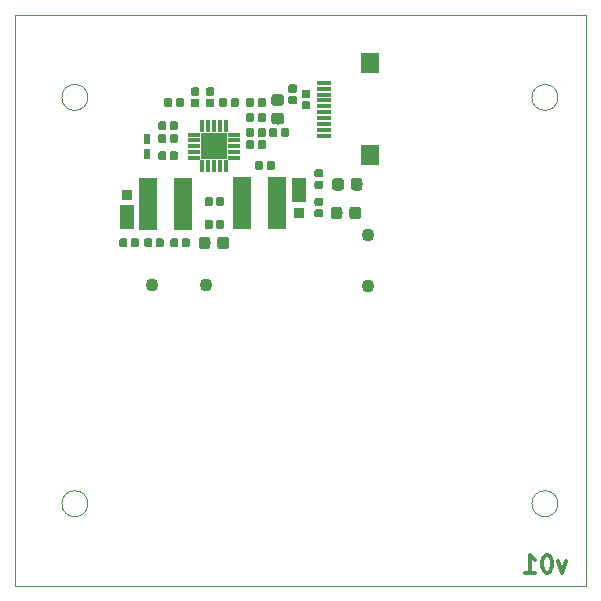
<source format=gbr>
%TF.GenerationSoftware,KiCad,Pcbnew,(5.1.4)-1*%
%TF.CreationDate,2019-12-19T17:33:09-07:00*%
%TF.ProjectId,SolarCellX_v3,536f6c61-7243-4656-9c6c-585f76332e6b,rev?*%
%TF.SameCoordinates,Original*%
%TF.FileFunction,Soldermask,Bot*%
%TF.FilePolarity,Negative*%
%FSLAX46Y46*%
G04 Gerber Fmt 4.6, Leading zero omitted, Abs format (unit mm)*
G04 Created by KiCad (PCBNEW (5.1.4)-1) date 2019-12-19 17:33:09*
%MOMM*%
%LPD*%
G04 APERTURE LIST*
%ADD10C,0.300000*%
%ADD11C,0.050000*%
%ADD12C,1.101600*%
%ADD13C,0.100000*%
%ADD14C,0.976600*%
%ADD15C,0.691600*%
%ADD16R,0.627000X0.827000*%
%ADD17R,1.001600X0.401600*%
%ADD18R,0.401600X1.001600*%
%ADD19R,2.251600X2.251600*%
%ADD20R,0.901600X0.901600*%
%ADD21R,1.201600X2.101600*%
%ADD22R,1.201600X0.351600*%
%ADD23R,1.601600X1.801600*%
%ADD24R,1.562100X4.521200*%
G04 APERTURE END LIST*
D10*
X136723214Y-86229071D02*
X136366071Y-87229071D01*
X136008928Y-86229071D01*
X135151785Y-85729071D02*
X135008928Y-85729071D01*
X134866071Y-85800500D01*
X134794642Y-85871928D01*
X134723214Y-86014785D01*
X134651785Y-86300500D01*
X134651785Y-86657642D01*
X134723214Y-86943357D01*
X134794642Y-87086214D01*
X134866071Y-87157642D01*
X135008928Y-87229071D01*
X135151785Y-87229071D01*
X135294642Y-87157642D01*
X135366071Y-87086214D01*
X135437500Y-86943357D01*
X135508928Y-86657642D01*
X135508928Y-86300500D01*
X135437500Y-86014785D01*
X135366071Y-85871928D01*
X135294642Y-85800500D01*
X135151785Y-85729071D01*
X133223214Y-87229071D02*
X134080357Y-87229071D01*
X133651785Y-87229071D02*
X133651785Y-85729071D01*
X133794642Y-85943357D01*
X133937500Y-86086214D01*
X134080357Y-86157642D01*
D11*
X96200000Y-47000000D02*
G75*
G03X96200000Y-47000000I-1100000J0D01*
G01*
X96200000Y-81400000D02*
G75*
G03X96200000Y-81400000I-1100000J0D01*
G01*
X136000000Y-81400000D02*
G75*
G03X136000000Y-81400000I-1100000J0D01*
G01*
X136000000Y-47000000D02*
G75*
G03X136000000Y-47000000I-1100000J0D01*
G01*
X90000000Y-88400000D02*
X138400000Y-88400000D01*
X90000000Y-88400000D02*
X90000000Y-40000000D01*
X138400000Y-40000000D02*
X138400000Y-88400000D01*
X90000000Y-40000000D02*
X138400000Y-40000000D01*
D12*
X101600000Y-62865000D03*
X106172000Y-62865000D03*
X119888000Y-58674000D03*
X119888000Y-62992000D03*
D13*
G36*
X112573581Y-46731376D02*
G01*
X112597281Y-46734891D01*
X112620523Y-46740713D01*
X112643082Y-46748785D01*
X112664742Y-46759029D01*
X112685292Y-46771347D01*
X112704537Y-46785619D01*
X112722290Y-46801710D01*
X112738381Y-46819463D01*
X112752653Y-46838708D01*
X112764971Y-46859258D01*
X112775215Y-46880918D01*
X112783287Y-46903477D01*
X112789109Y-46926719D01*
X112792624Y-46950419D01*
X112793800Y-46974350D01*
X112793800Y-47462650D01*
X112792624Y-47486581D01*
X112789109Y-47510281D01*
X112783287Y-47533523D01*
X112775215Y-47556082D01*
X112764971Y-47577742D01*
X112752653Y-47598292D01*
X112738381Y-47617537D01*
X112722290Y-47635290D01*
X112704537Y-47651381D01*
X112685292Y-47665653D01*
X112664742Y-47677971D01*
X112643082Y-47688215D01*
X112620523Y-47696287D01*
X112597281Y-47702109D01*
X112573581Y-47705624D01*
X112549650Y-47706800D01*
X111986350Y-47706800D01*
X111962419Y-47705624D01*
X111938719Y-47702109D01*
X111915477Y-47696287D01*
X111892918Y-47688215D01*
X111871258Y-47677971D01*
X111850708Y-47665653D01*
X111831463Y-47651381D01*
X111813710Y-47635290D01*
X111797619Y-47617537D01*
X111783347Y-47598292D01*
X111771029Y-47577742D01*
X111760785Y-47556082D01*
X111752713Y-47533523D01*
X111746891Y-47510281D01*
X111743376Y-47486581D01*
X111742200Y-47462650D01*
X111742200Y-46974350D01*
X111743376Y-46950419D01*
X111746891Y-46926719D01*
X111752713Y-46903477D01*
X111760785Y-46880918D01*
X111771029Y-46859258D01*
X111783347Y-46838708D01*
X111797619Y-46819463D01*
X111813710Y-46801710D01*
X111831463Y-46785619D01*
X111850708Y-46771347D01*
X111871258Y-46759029D01*
X111892918Y-46748785D01*
X111915477Y-46740713D01*
X111938719Y-46734891D01*
X111962419Y-46731376D01*
X111986350Y-46730200D01*
X112549650Y-46730200D01*
X112573581Y-46731376D01*
X112573581Y-46731376D01*
G37*
D14*
X112268000Y-47218500D03*
D13*
G36*
X112573581Y-48306376D02*
G01*
X112597281Y-48309891D01*
X112620523Y-48315713D01*
X112643082Y-48323785D01*
X112664742Y-48334029D01*
X112685292Y-48346347D01*
X112704537Y-48360619D01*
X112722290Y-48376710D01*
X112738381Y-48394463D01*
X112752653Y-48413708D01*
X112764971Y-48434258D01*
X112775215Y-48455918D01*
X112783287Y-48478477D01*
X112789109Y-48501719D01*
X112792624Y-48525419D01*
X112793800Y-48549350D01*
X112793800Y-49037650D01*
X112792624Y-49061581D01*
X112789109Y-49085281D01*
X112783287Y-49108523D01*
X112775215Y-49131082D01*
X112764971Y-49152742D01*
X112752653Y-49173292D01*
X112738381Y-49192537D01*
X112722290Y-49210290D01*
X112704537Y-49226381D01*
X112685292Y-49240653D01*
X112664742Y-49252971D01*
X112643082Y-49263215D01*
X112620523Y-49271287D01*
X112597281Y-49277109D01*
X112573581Y-49280624D01*
X112549650Y-49281800D01*
X111986350Y-49281800D01*
X111962419Y-49280624D01*
X111938719Y-49277109D01*
X111915477Y-49271287D01*
X111892918Y-49263215D01*
X111871258Y-49252971D01*
X111850708Y-49240653D01*
X111831463Y-49226381D01*
X111813710Y-49210290D01*
X111797619Y-49192537D01*
X111783347Y-49173292D01*
X111771029Y-49152742D01*
X111760785Y-49131082D01*
X111752713Y-49108523D01*
X111746891Y-49085281D01*
X111743376Y-49061581D01*
X111742200Y-49037650D01*
X111742200Y-48549350D01*
X111743376Y-48525419D01*
X111746891Y-48501719D01*
X111752713Y-48478477D01*
X111760785Y-48455918D01*
X111771029Y-48434258D01*
X111783347Y-48413708D01*
X111797619Y-48394463D01*
X111813710Y-48376710D01*
X111831463Y-48360619D01*
X111850708Y-48346347D01*
X111871258Y-48334029D01*
X111892918Y-48323785D01*
X111915477Y-48315713D01*
X111938719Y-48309891D01*
X111962419Y-48306376D01*
X111986350Y-48305200D01*
X112549650Y-48305200D01*
X112573581Y-48306376D01*
X112573581Y-48306376D01*
G37*
D14*
X112268000Y-48793500D03*
D13*
G36*
X107588507Y-57378689D02*
G01*
X107605291Y-57381178D01*
X107621750Y-57385301D01*
X107637726Y-57391017D01*
X107653064Y-57398272D01*
X107667618Y-57406995D01*
X107681247Y-57417102D01*
X107693819Y-57428497D01*
X107705214Y-57441069D01*
X107715321Y-57454698D01*
X107724044Y-57469252D01*
X107731299Y-57484590D01*
X107737015Y-57500566D01*
X107741138Y-57517025D01*
X107743627Y-57533809D01*
X107744460Y-57550756D01*
X107744460Y-57946556D01*
X107743627Y-57963503D01*
X107741138Y-57980287D01*
X107737015Y-57996746D01*
X107731299Y-58012722D01*
X107724044Y-58028060D01*
X107715321Y-58042614D01*
X107705214Y-58056243D01*
X107693819Y-58068815D01*
X107681247Y-58080210D01*
X107667618Y-58090317D01*
X107653064Y-58099040D01*
X107637726Y-58106295D01*
X107621750Y-58112011D01*
X107605291Y-58116134D01*
X107588507Y-58118623D01*
X107571560Y-58119456D01*
X107225760Y-58119456D01*
X107208813Y-58118623D01*
X107192029Y-58116134D01*
X107175570Y-58112011D01*
X107159594Y-58106295D01*
X107144256Y-58099040D01*
X107129702Y-58090317D01*
X107116073Y-58080210D01*
X107103501Y-58068815D01*
X107092106Y-58056243D01*
X107081999Y-58042614D01*
X107073276Y-58028060D01*
X107066021Y-58012722D01*
X107060305Y-57996746D01*
X107056182Y-57980287D01*
X107053693Y-57963503D01*
X107052860Y-57946556D01*
X107052860Y-57550756D01*
X107053693Y-57533809D01*
X107056182Y-57517025D01*
X107060305Y-57500566D01*
X107066021Y-57484590D01*
X107073276Y-57469252D01*
X107081999Y-57454698D01*
X107092106Y-57441069D01*
X107103501Y-57428497D01*
X107116073Y-57417102D01*
X107129702Y-57406995D01*
X107144256Y-57398272D01*
X107159594Y-57391017D01*
X107175570Y-57385301D01*
X107192029Y-57381178D01*
X107208813Y-57378689D01*
X107225760Y-57377856D01*
X107571560Y-57377856D01*
X107588507Y-57378689D01*
X107588507Y-57378689D01*
G37*
D15*
X107398660Y-57748656D03*
D13*
G36*
X106618507Y-57378689D02*
G01*
X106635291Y-57381178D01*
X106651750Y-57385301D01*
X106667726Y-57391017D01*
X106683064Y-57398272D01*
X106697618Y-57406995D01*
X106711247Y-57417102D01*
X106723819Y-57428497D01*
X106735214Y-57441069D01*
X106745321Y-57454698D01*
X106754044Y-57469252D01*
X106761299Y-57484590D01*
X106767015Y-57500566D01*
X106771138Y-57517025D01*
X106773627Y-57533809D01*
X106774460Y-57550756D01*
X106774460Y-57946556D01*
X106773627Y-57963503D01*
X106771138Y-57980287D01*
X106767015Y-57996746D01*
X106761299Y-58012722D01*
X106754044Y-58028060D01*
X106745321Y-58042614D01*
X106735214Y-58056243D01*
X106723819Y-58068815D01*
X106711247Y-58080210D01*
X106697618Y-58090317D01*
X106683064Y-58099040D01*
X106667726Y-58106295D01*
X106651750Y-58112011D01*
X106635291Y-58116134D01*
X106618507Y-58118623D01*
X106601560Y-58119456D01*
X106255760Y-58119456D01*
X106238813Y-58118623D01*
X106222029Y-58116134D01*
X106205570Y-58112011D01*
X106189594Y-58106295D01*
X106174256Y-58099040D01*
X106159702Y-58090317D01*
X106146073Y-58080210D01*
X106133501Y-58068815D01*
X106122106Y-58056243D01*
X106111999Y-58042614D01*
X106103276Y-58028060D01*
X106096021Y-58012722D01*
X106090305Y-57996746D01*
X106086182Y-57980287D01*
X106083693Y-57963503D01*
X106082860Y-57946556D01*
X106082860Y-57550756D01*
X106083693Y-57533809D01*
X106086182Y-57517025D01*
X106090305Y-57500566D01*
X106096021Y-57484590D01*
X106103276Y-57469252D01*
X106111999Y-57454698D01*
X106122106Y-57441069D01*
X106133501Y-57428497D01*
X106146073Y-57417102D01*
X106159702Y-57406995D01*
X106174256Y-57398272D01*
X106189594Y-57391017D01*
X106205570Y-57385301D01*
X106222029Y-57381178D01*
X106238813Y-57378689D01*
X106255760Y-57377856D01*
X106601560Y-57377856D01*
X106618507Y-57378689D01*
X106618507Y-57378689D01*
G37*
D15*
X106428660Y-57748656D03*
D13*
G36*
X119229081Y-53831376D02*
G01*
X119252781Y-53834891D01*
X119276023Y-53840713D01*
X119298582Y-53848785D01*
X119320242Y-53859029D01*
X119340792Y-53871347D01*
X119360037Y-53885619D01*
X119377790Y-53901710D01*
X119393881Y-53919463D01*
X119408153Y-53938708D01*
X119420471Y-53959258D01*
X119430715Y-53980918D01*
X119438787Y-54003477D01*
X119444609Y-54026719D01*
X119448124Y-54050419D01*
X119449300Y-54074350D01*
X119449300Y-54637650D01*
X119448124Y-54661581D01*
X119444609Y-54685281D01*
X119438787Y-54708523D01*
X119430715Y-54731082D01*
X119420471Y-54752742D01*
X119408153Y-54773292D01*
X119393881Y-54792537D01*
X119377790Y-54810290D01*
X119360037Y-54826381D01*
X119340792Y-54840653D01*
X119320242Y-54852971D01*
X119298582Y-54863215D01*
X119276023Y-54871287D01*
X119252781Y-54877109D01*
X119229081Y-54880624D01*
X119205150Y-54881800D01*
X118716850Y-54881800D01*
X118692919Y-54880624D01*
X118669219Y-54877109D01*
X118645977Y-54871287D01*
X118623418Y-54863215D01*
X118601758Y-54852971D01*
X118581208Y-54840653D01*
X118561963Y-54826381D01*
X118544210Y-54810290D01*
X118528119Y-54792537D01*
X118513847Y-54773292D01*
X118501529Y-54752742D01*
X118491285Y-54731082D01*
X118483213Y-54708523D01*
X118477391Y-54685281D01*
X118473876Y-54661581D01*
X118472700Y-54637650D01*
X118472700Y-54074350D01*
X118473876Y-54050419D01*
X118477391Y-54026719D01*
X118483213Y-54003477D01*
X118491285Y-53980918D01*
X118501529Y-53959258D01*
X118513847Y-53938708D01*
X118528119Y-53919463D01*
X118544210Y-53901710D01*
X118561963Y-53885619D01*
X118581208Y-53871347D01*
X118601758Y-53859029D01*
X118623418Y-53848785D01*
X118645977Y-53840713D01*
X118669219Y-53834891D01*
X118692919Y-53831376D01*
X118716850Y-53830200D01*
X119205150Y-53830200D01*
X119229081Y-53831376D01*
X119229081Y-53831376D01*
G37*
D14*
X118961000Y-54356000D03*
D13*
G36*
X117654081Y-53831376D02*
G01*
X117677781Y-53834891D01*
X117701023Y-53840713D01*
X117723582Y-53848785D01*
X117745242Y-53859029D01*
X117765792Y-53871347D01*
X117785037Y-53885619D01*
X117802790Y-53901710D01*
X117818881Y-53919463D01*
X117833153Y-53938708D01*
X117845471Y-53959258D01*
X117855715Y-53980918D01*
X117863787Y-54003477D01*
X117869609Y-54026719D01*
X117873124Y-54050419D01*
X117874300Y-54074350D01*
X117874300Y-54637650D01*
X117873124Y-54661581D01*
X117869609Y-54685281D01*
X117863787Y-54708523D01*
X117855715Y-54731082D01*
X117845471Y-54752742D01*
X117833153Y-54773292D01*
X117818881Y-54792537D01*
X117802790Y-54810290D01*
X117785037Y-54826381D01*
X117765792Y-54840653D01*
X117745242Y-54852971D01*
X117723582Y-54863215D01*
X117701023Y-54871287D01*
X117677781Y-54877109D01*
X117654081Y-54880624D01*
X117630150Y-54881800D01*
X117141850Y-54881800D01*
X117117919Y-54880624D01*
X117094219Y-54877109D01*
X117070977Y-54871287D01*
X117048418Y-54863215D01*
X117026758Y-54852971D01*
X117006208Y-54840653D01*
X116986963Y-54826381D01*
X116969210Y-54810290D01*
X116953119Y-54792537D01*
X116938847Y-54773292D01*
X116926529Y-54752742D01*
X116916285Y-54731082D01*
X116908213Y-54708523D01*
X116902391Y-54685281D01*
X116898876Y-54661581D01*
X116897700Y-54637650D01*
X116897700Y-54074350D01*
X116898876Y-54050419D01*
X116902391Y-54026719D01*
X116908213Y-54003477D01*
X116916285Y-53980918D01*
X116926529Y-53959258D01*
X116938847Y-53938708D01*
X116953119Y-53919463D01*
X116969210Y-53901710D01*
X116986963Y-53885619D01*
X117006208Y-53871347D01*
X117026758Y-53859029D01*
X117048418Y-53848785D01*
X117070977Y-53840713D01*
X117094219Y-53834891D01*
X117117919Y-53831376D01*
X117141850Y-53830200D01*
X117630150Y-53830200D01*
X117654081Y-53831376D01*
X117654081Y-53831376D01*
G37*
D14*
X117386000Y-54356000D03*
D16*
X101219000Y-51816000D03*
X101219000Y-50516000D03*
D17*
X105193660Y-52144656D03*
X105193660Y-51644656D03*
X105193660Y-51144656D03*
X105193660Y-50644656D03*
X105193660Y-50144656D03*
D18*
X105893660Y-49444656D03*
X106393660Y-49444656D03*
X106893660Y-49444656D03*
X107393660Y-49444656D03*
X107893660Y-49444656D03*
D17*
X108593660Y-50144656D03*
X108593660Y-50644656D03*
X108593660Y-51144656D03*
X108593660Y-51644656D03*
X108593660Y-52144656D03*
D18*
X107893660Y-52844656D03*
X107393660Y-52844656D03*
X106893660Y-52844656D03*
X106393660Y-52844656D03*
X105893660Y-52844656D03*
D19*
X106893660Y-51144656D03*
D20*
X99504500Y-55265000D03*
D21*
X99504500Y-57165000D03*
D20*
X114109500Y-56749000D03*
D21*
X114109500Y-54849000D03*
D13*
G36*
X104179847Y-47064533D02*
G01*
X104196631Y-47067022D01*
X104213090Y-47071145D01*
X104229066Y-47076861D01*
X104244404Y-47084116D01*
X104258958Y-47092839D01*
X104272587Y-47102946D01*
X104285159Y-47114341D01*
X104296554Y-47126913D01*
X104306661Y-47140542D01*
X104315384Y-47155096D01*
X104322639Y-47170434D01*
X104328355Y-47186410D01*
X104332478Y-47202869D01*
X104334967Y-47219653D01*
X104335800Y-47236600D01*
X104335800Y-47632400D01*
X104334967Y-47649347D01*
X104332478Y-47666131D01*
X104328355Y-47682590D01*
X104322639Y-47698566D01*
X104315384Y-47713904D01*
X104306661Y-47728458D01*
X104296554Y-47742087D01*
X104285159Y-47754659D01*
X104272587Y-47766054D01*
X104258958Y-47776161D01*
X104244404Y-47784884D01*
X104229066Y-47792139D01*
X104213090Y-47797855D01*
X104196631Y-47801978D01*
X104179847Y-47804467D01*
X104162900Y-47805300D01*
X103817100Y-47805300D01*
X103800153Y-47804467D01*
X103783369Y-47801978D01*
X103766910Y-47797855D01*
X103750934Y-47792139D01*
X103735596Y-47784884D01*
X103721042Y-47776161D01*
X103707413Y-47766054D01*
X103694841Y-47754659D01*
X103683446Y-47742087D01*
X103673339Y-47728458D01*
X103664616Y-47713904D01*
X103657361Y-47698566D01*
X103651645Y-47682590D01*
X103647522Y-47666131D01*
X103645033Y-47649347D01*
X103644200Y-47632400D01*
X103644200Y-47236600D01*
X103645033Y-47219653D01*
X103647522Y-47202869D01*
X103651645Y-47186410D01*
X103657361Y-47170434D01*
X103664616Y-47155096D01*
X103673339Y-47140542D01*
X103683446Y-47126913D01*
X103694841Y-47114341D01*
X103707413Y-47102946D01*
X103721042Y-47092839D01*
X103735596Y-47084116D01*
X103750934Y-47076861D01*
X103766910Y-47071145D01*
X103783369Y-47067022D01*
X103800153Y-47064533D01*
X103817100Y-47063700D01*
X104162900Y-47063700D01*
X104179847Y-47064533D01*
X104179847Y-47064533D01*
G37*
D15*
X103990000Y-47434500D03*
D13*
G36*
X103209847Y-47064533D02*
G01*
X103226631Y-47067022D01*
X103243090Y-47071145D01*
X103259066Y-47076861D01*
X103274404Y-47084116D01*
X103288958Y-47092839D01*
X103302587Y-47102946D01*
X103315159Y-47114341D01*
X103326554Y-47126913D01*
X103336661Y-47140542D01*
X103345384Y-47155096D01*
X103352639Y-47170434D01*
X103358355Y-47186410D01*
X103362478Y-47202869D01*
X103364967Y-47219653D01*
X103365800Y-47236600D01*
X103365800Y-47632400D01*
X103364967Y-47649347D01*
X103362478Y-47666131D01*
X103358355Y-47682590D01*
X103352639Y-47698566D01*
X103345384Y-47713904D01*
X103336661Y-47728458D01*
X103326554Y-47742087D01*
X103315159Y-47754659D01*
X103302587Y-47766054D01*
X103288958Y-47776161D01*
X103274404Y-47784884D01*
X103259066Y-47792139D01*
X103243090Y-47797855D01*
X103226631Y-47801978D01*
X103209847Y-47804467D01*
X103192900Y-47805300D01*
X102847100Y-47805300D01*
X102830153Y-47804467D01*
X102813369Y-47801978D01*
X102796910Y-47797855D01*
X102780934Y-47792139D01*
X102765596Y-47784884D01*
X102751042Y-47776161D01*
X102737413Y-47766054D01*
X102724841Y-47754659D01*
X102713446Y-47742087D01*
X102703339Y-47728458D01*
X102694616Y-47713904D01*
X102687361Y-47698566D01*
X102681645Y-47682590D01*
X102677522Y-47666131D01*
X102675033Y-47649347D01*
X102674200Y-47632400D01*
X102674200Y-47236600D01*
X102675033Y-47219653D01*
X102677522Y-47202869D01*
X102681645Y-47186410D01*
X102687361Y-47170434D01*
X102694616Y-47155096D01*
X102703339Y-47140542D01*
X102713446Y-47126913D01*
X102724841Y-47114341D01*
X102737413Y-47102946D01*
X102751042Y-47092839D01*
X102765596Y-47084116D01*
X102780934Y-47076861D01*
X102796910Y-47071145D01*
X102813369Y-47067022D01*
X102830153Y-47064533D01*
X102847100Y-47063700D01*
X103192900Y-47063700D01*
X103209847Y-47064533D01*
X103209847Y-47064533D01*
G37*
D15*
X103020000Y-47434500D03*
D13*
G36*
X105497847Y-46160033D02*
G01*
X105514631Y-46162522D01*
X105531090Y-46166645D01*
X105547066Y-46172361D01*
X105562404Y-46179616D01*
X105576958Y-46188339D01*
X105590587Y-46198446D01*
X105603159Y-46209841D01*
X105614554Y-46222413D01*
X105624661Y-46236042D01*
X105633384Y-46250596D01*
X105640639Y-46265934D01*
X105646355Y-46281910D01*
X105650478Y-46298369D01*
X105652967Y-46315153D01*
X105653800Y-46332100D01*
X105653800Y-46677900D01*
X105652967Y-46694847D01*
X105650478Y-46711631D01*
X105646355Y-46728090D01*
X105640639Y-46744066D01*
X105633384Y-46759404D01*
X105624661Y-46773958D01*
X105614554Y-46787587D01*
X105603159Y-46800159D01*
X105590587Y-46811554D01*
X105576958Y-46821661D01*
X105562404Y-46830384D01*
X105547066Y-46837639D01*
X105531090Y-46843355D01*
X105514631Y-46847478D01*
X105497847Y-46849967D01*
X105480900Y-46850800D01*
X105085100Y-46850800D01*
X105068153Y-46849967D01*
X105051369Y-46847478D01*
X105034910Y-46843355D01*
X105018934Y-46837639D01*
X105003596Y-46830384D01*
X104989042Y-46821661D01*
X104975413Y-46811554D01*
X104962841Y-46800159D01*
X104951446Y-46787587D01*
X104941339Y-46773958D01*
X104932616Y-46759404D01*
X104925361Y-46744066D01*
X104919645Y-46728090D01*
X104915522Y-46711631D01*
X104913033Y-46694847D01*
X104912200Y-46677900D01*
X104912200Y-46332100D01*
X104913033Y-46315153D01*
X104915522Y-46298369D01*
X104919645Y-46281910D01*
X104925361Y-46265934D01*
X104932616Y-46250596D01*
X104941339Y-46236042D01*
X104951446Y-46222413D01*
X104962841Y-46209841D01*
X104975413Y-46198446D01*
X104989042Y-46188339D01*
X105003596Y-46179616D01*
X105018934Y-46172361D01*
X105034910Y-46166645D01*
X105051369Y-46162522D01*
X105068153Y-46160033D01*
X105085100Y-46159200D01*
X105480900Y-46159200D01*
X105497847Y-46160033D01*
X105497847Y-46160033D01*
G37*
D15*
X105283000Y-46505000D03*
D13*
G36*
X105497847Y-47130033D02*
G01*
X105514631Y-47132522D01*
X105531090Y-47136645D01*
X105547066Y-47142361D01*
X105562404Y-47149616D01*
X105576958Y-47158339D01*
X105590587Y-47168446D01*
X105603159Y-47179841D01*
X105614554Y-47192413D01*
X105624661Y-47206042D01*
X105633384Y-47220596D01*
X105640639Y-47235934D01*
X105646355Y-47251910D01*
X105650478Y-47268369D01*
X105652967Y-47285153D01*
X105653800Y-47302100D01*
X105653800Y-47647900D01*
X105652967Y-47664847D01*
X105650478Y-47681631D01*
X105646355Y-47698090D01*
X105640639Y-47714066D01*
X105633384Y-47729404D01*
X105624661Y-47743958D01*
X105614554Y-47757587D01*
X105603159Y-47770159D01*
X105590587Y-47781554D01*
X105576958Y-47791661D01*
X105562404Y-47800384D01*
X105547066Y-47807639D01*
X105531090Y-47813355D01*
X105514631Y-47817478D01*
X105497847Y-47819967D01*
X105480900Y-47820800D01*
X105085100Y-47820800D01*
X105068153Y-47819967D01*
X105051369Y-47817478D01*
X105034910Y-47813355D01*
X105018934Y-47807639D01*
X105003596Y-47800384D01*
X104989042Y-47791661D01*
X104975413Y-47781554D01*
X104962841Y-47770159D01*
X104951446Y-47757587D01*
X104941339Y-47743958D01*
X104932616Y-47729404D01*
X104925361Y-47714066D01*
X104919645Y-47698090D01*
X104915522Y-47681631D01*
X104913033Y-47664847D01*
X104912200Y-47647900D01*
X104912200Y-47302100D01*
X104913033Y-47285153D01*
X104915522Y-47268369D01*
X104919645Y-47251910D01*
X104925361Y-47235934D01*
X104932616Y-47220596D01*
X104941339Y-47206042D01*
X104951446Y-47192413D01*
X104962841Y-47179841D01*
X104975413Y-47168446D01*
X104989042Y-47158339D01*
X105003596Y-47149616D01*
X105018934Y-47142361D01*
X105034910Y-47136645D01*
X105051369Y-47132522D01*
X105068153Y-47130033D01*
X105085100Y-47129200D01*
X105480900Y-47129200D01*
X105497847Y-47130033D01*
X105497847Y-47130033D01*
G37*
D15*
X105283000Y-47475000D03*
D13*
G36*
X103717847Y-58939033D02*
G01*
X103734631Y-58941522D01*
X103751090Y-58945645D01*
X103767066Y-58951361D01*
X103782404Y-58958616D01*
X103796958Y-58967339D01*
X103810587Y-58977446D01*
X103823159Y-58988841D01*
X103834554Y-59001413D01*
X103844661Y-59015042D01*
X103853384Y-59029596D01*
X103860639Y-59044934D01*
X103866355Y-59060910D01*
X103870478Y-59077369D01*
X103872967Y-59094153D01*
X103873800Y-59111100D01*
X103873800Y-59506900D01*
X103872967Y-59523847D01*
X103870478Y-59540631D01*
X103866355Y-59557090D01*
X103860639Y-59573066D01*
X103853384Y-59588404D01*
X103844661Y-59602958D01*
X103834554Y-59616587D01*
X103823159Y-59629159D01*
X103810587Y-59640554D01*
X103796958Y-59650661D01*
X103782404Y-59659384D01*
X103767066Y-59666639D01*
X103751090Y-59672355D01*
X103734631Y-59676478D01*
X103717847Y-59678967D01*
X103700900Y-59679800D01*
X103355100Y-59679800D01*
X103338153Y-59678967D01*
X103321369Y-59676478D01*
X103304910Y-59672355D01*
X103288934Y-59666639D01*
X103273596Y-59659384D01*
X103259042Y-59650661D01*
X103245413Y-59640554D01*
X103232841Y-59629159D01*
X103221446Y-59616587D01*
X103211339Y-59602958D01*
X103202616Y-59588404D01*
X103195361Y-59573066D01*
X103189645Y-59557090D01*
X103185522Y-59540631D01*
X103183033Y-59523847D01*
X103182200Y-59506900D01*
X103182200Y-59111100D01*
X103183033Y-59094153D01*
X103185522Y-59077369D01*
X103189645Y-59060910D01*
X103195361Y-59044934D01*
X103202616Y-59029596D01*
X103211339Y-59015042D01*
X103221446Y-59001413D01*
X103232841Y-58988841D01*
X103245413Y-58977446D01*
X103259042Y-58967339D01*
X103273596Y-58958616D01*
X103288934Y-58951361D01*
X103304910Y-58945645D01*
X103321369Y-58941522D01*
X103338153Y-58939033D01*
X103355100Y-58938200D01*
X103700900Y-58938200D01*
X103717847Y-58939033D01*
X103717847Y-58939033D01*
G37*
D15*
X103528000Y-59309000D03*
D13*
G36*
X104687847Y-58939033D02*
G01*
X104704631Y-58941522D01*
X104721090Y-58945645D01*
X104737066Y-58951361D01*
X104752404Y-58958616D01*
X104766958Y-58967339D01*
X104780587Y-58977446D01*
X104793159Y-58988841D01*
X104804554Y-59001413D01*
X104814661Y-59015042D01*
X104823384Y-59029596D01*
X104830639Y-59044934D01*
X104836355Y-59060910D01*
X104840478Y-59077369D01*
X104842967Y-59094153D01*
X104843800Y-59111100D01*
X104843800Y-59506900D01*
X104842967Y-59523847D01*
X104840478Y-59540631D01*
X104836355Y-59557090D01*
X104830639Y-59573066D01*
X104823384Y-59588404D01*
X104814661Y-59602958D01*
X104804554Y-59616587D01*
X104793159Y-59629159D01*
X104780587Y-59640554D01*
X104766958Y-59650661D01*
X104752404Y-59659384D01*
X104737066Y-59666639D01*
X104721090Y-59672355D01*
X104704631Y-59676478D01*
X104687847Y-59678967D01*
X104670900Y-59679800D01*
X104325100Y-59679800D01*
X104308153Y-59678967D01*
X104291369Y-59676478D01*
X104274910Y-59672355D01*
X104258934Y-59666639D01*
X104243596Y-59659384D01*
X104229042Y-59650661D01*
X104215413Y-59640554D01*
X104202841Y-59629159D01*
X104191446Y-59616587D01*
X104181339Y-59602958D01*
X104172616Y-59588404D01*
X104165361Y-59573066D01*
X104159645Y-59557090D01*
X104155522Y-59540631D01*
X104153033Y-59523847D01*
X104152200Y-59506900D01*
X104152200Y-59111100D01*
X104153033Y-59094153D01*
X104155522Y-59077369D01*
X104159645Y-59060910D01*
X104165361Y-59044934D01*
X104172616Y-59029596D01*
X104181339Y-59015042D01*
X104191446Y-59001413D01*
X104202841Y-58988841D01*
X104215413Y-58977446D01*
X104229042Y-58967339D01*
X104243596Y-58958616D01*
X104258934Y-58951361D01*
X104274910Y-58945645D01*
X104291369Y-58941522D01*
X104308153Y-58939033D01*
X104325100Y-58938200D01*
X104670900Y-58938200D01*
X104687847Y-58939033D01*
X104687847Y-58939033D01*
G37*
D15*
X104498000Y-59309000D03*
D13*
G36*
X107588507Y-55446533D02*
G01*
X107605291Y-55449022D01*
X107621750Y-55453145D01*
X107637726Y-55458861D01*
X107653064Y-55466116D01*
X107667618Y-55474839D01*
X107681247Y-55484946D01*
X107693819Y-55496341D01*
X107705214Y-55508913D01*
X107715321Y-55522542D01*
X107724044Y-55537096D01*
X107731299Y-55552434D01*
X107737015Y-55568410D01*
X107741138Y-55584869D01*
X107743627Y-55601653D01*
X107744460Y-55618600D01*
X107744460Y-56014400D01*
X107743627Y-56031347D01*
X107741138Y-56048131D01*
X107737015Y-56064590D01*
X107731299Y-56080566D01*
X107724044Y-56095904D01*
X107715321Y-56110458D01*
X107705214Y-56124087D01*
X107693819Y-56136659D01*
X107681247Y-56148054D01*
X107667618Y-56158161D01*
X107653064Y-56166884D01*
X107637726Y-56174139D01*
X107621750Y-56179855D01*
X107605291Y-56183978D01*
X107588507Y-56186467D01*
X107571560Y-56187300D01*
X107225760Y-56187300D01*
X107208813Y-56186467D01*
X107192029Y-56183978D01*
X107175570Y-56179855D01*
X107159594Y-56174139D01*
X107144256Y-56166884D01*
X107129702Y-56158161D01*
X107116073Y-56148054D01*
X107103501Y-56136659D01*
X107092106Y-56124087D01*
X107081999Y-56110458D01*
X107073276Y-56095904D01*
X107066021Y-56080566D01*
X107060305Y-56064590D01*
X107056182Y-56048131D01*
X107053693Y-56031347D01*
X107052860Y-56014400D01*
X107052860Y-55618600D01*
X107053693Y-55601653D01*
X107056182Y-55584869D01*
X107060305Y-55568410D01*
X107066021Y-55552434D01*
X107073276Y-55537096D01*
X107081999Y-55522542D01*
X107092106Y-55508913D01*
X107103501Y-55496341D01*
X107116073Y-55484946D01*
X107129702Y-55474839D01*
X107144256Y-55466116D01*
X107159594Y-55458861D01*
X107175570Y-55453145D01*
X107192029Y-55449022D01*
X107208813Y-55446533D01*
X107225760Y-55445700D01*
X107571560Y-55445700D01*
X107588507Y-55446533D01*
X107588507Y-55446533D01*
G37*
D15*
X107398660Y-55816500D03*
D13*
G36*
X106618507Y-55446533D02*
G01*
X106635291Y-55449022D01*
X106651750Y-55453145D01*
X106667726Y-55458861D01*
X106683064Y-55466116D01*
X106697618Y-55474839D01*
X106711247Y-55484946D01*
X106723819Y-55496341D01*
X106735214Y-55508913D01*
X106745321Y-55522542D01*
X106754044Y-55537096D01*
X106761299Y-55552434D01*
X106767015Y-55568410D01*
X106771138Y-55584869D01*
X106773627Y-55601653D01*
X106774460Y-55618600D01*
X106774460Y-56014400D01*
X106773627Y-56031347D01*
X106771138Y-56048131D01*
X106767015Y-56064590D01*
X106761299Y-56080566D01*
X106754044Y-56095904D01*
X106745321Y-56110458D01*
X106735214Y-56124087D01*
X106723819Y-56136659D01*
X106711247Y-56148054D01*
X106697618Y-56158161D01*
X106683064Y-56166884D01*
X106667726Y-56174139D01*
X106651750Y-56179855D01*
X106635291Y-56183978D01*
X106618507Y-56186467D01*
X106601560Y-56187300D01*
X106255760Y-56187300D01*
X106238813Y-56186467D01*
X106222029Y-56183978D01*
X106205570Y-56179855D01*
X106189594Y-56174139D01*
X106174256Y-56166884D01*
X106159702Y-56158161D01*
X106146073Y-56148054D01*
X106133501Y-56136659D01*
X106122106Y-56124087D01*
X106111999Y-56110458D01*
X106103276Y-56095904D01*
X106096021Y-56080566D01*
X106090305Y-56064590D01*
X106086182Y-56048131D01*
X106083693Y-56031347D01*
X106082860Y-56014400D01*
X106082860Y-55618600D01*
X106083693Y-55601653D01*
X106086182Y-55584869D01*
X106090305Y-55568410D01*
X106096021Y-55552434D01*
X106103276Y-55537096D01*
X106111999Y-55522542D01*
X106122106Y-55508913D01*
X106133501Y-55496341D01*
X106146073Y-55484946D01*
X106159702Y-55474839D01*
X106174256Y-55466116D01*
X106189594Y-55458861D01*
X106205570Y-55453145D01*
X106222029Y-55449022D01*
X106238813Y-55446533D01*
X106255760Y-55445700D01*
X106601560Y-55445700D01*
X106618507Y-55446533D01*
X106618507Y-55446533D01*
G37*
D15*
X106428660Y-55816500D03*
D22*
X116205000Y-45756000D03*
X116205000Y-46256000D03*
X116205000Y-46756000D03*
X116205000Y-47256000D03*
X116205000Y-47756000D03*
X116205000Y-48256000D03*
X116205000Y-48756000D03*
X116205000Y-49256000D03*
X116205000Y-49756000D03*
X116205000Y-50256000D03*
D23*
X120105000Y-44106000D03*
X120105000Y-51906000D03*
D13*
G36*
X119102081Y-56244376D02*
G01*
X119125781Y-56247891D01*
X119149023Y-56253713D01*
X119171582Y-56261785D01*
X119193242Y-56272029D01*
X119213792Y-56284347D01*
X119233037Y-56298619D01*
X119250790Y-56314710D01*
X119266881Y-56332463D01*
X119281153Y-56351708D01*
X119293471Y-56372258D01*
X119303715Y-56393918D01*
X119311787Y-56416477D01*
X119317609Y-56439719D01*
X119321124Y-56463419D01*
X119322300Y-56487350D01*
X119322300Y-57050650D01*
X119321124Y-57074581D01*
X119317609Y-57098281D01*
X119311787Y-57121523D01*
X119303715Y-57144082D01*
X119293471Y-57165742D01*
X119281153Y-57186292D01*
X119266881Y-57205537D01*
X119250790Y-57223290D01*
X119233037Y-57239381D01*
X119213792Y-57253653D01*
X119193242Y-57265971D01*
X119171582Y-57276215D01*
X119149023Y-57284287D01*
X119125781Y-57290109D01*
X119102081Y-57293624D01*
X119078150Y-57294800D01*
X118589850Y-57294800D01*
X118565919Y-57293624D01*
X118542219Y-57290109D01*
X118518977Y-57284287D01*
X118496418Y-57276215D01*
X118474758Y-57265971D01*
X118454208Y-57253653D01*
X118434963Y-57239381D01*
X118417210Y-57223290D01*
X118401119Y-57205537D01*
X118386847Y-57186292D01*
X118374529Y-57165742D01*
X118364285Y-57144082D01*
X118356213Y-57121523D01*
X118350391Y-57098281D01*
X118346876Y-57074581D01*
X118345700Y-57050650D01*
X118345700Y-56487350D01*
X118346876Y-56463419D01*
X118350391Y-56439719D01*
X118356213Y-56416477D01*
X118364285Y-56393918D01*
X118374529Y-56372258D01*
X118386847Y-56351708D01*
X118401119Y-56332463D01*
X118417210Y-56314710D01*
X118434963Y-56298619D01*
X118454208Y-56284347D01*
X118474758Y-56272029D01*
X118496418Y-56261785D01*
X118518977Y-56253713D01*
X118542219Y-56247891D01*
X118565919Y-56244376D01*
X118589850Y-56243200D01*
X119078150Y-56243200D01*
X119102081Y-56244376D01*
X119102081Y-56244376D01*
G37*
D14*
X118834000Y-56769000D03*
D13*
G36*
X117527081Y-56244376D02*
G01*
X117550781Y-56247891D01*
X117574023Y-56253713D01*
X117596582Y-56261785D01*
X117618242Y-56272029D01*
X117638792Y-56284347D01*
X117658037Y-56298619D01*
X117675790Y-56314710D01*
X117691881Y-56332463D01*
X117706153Y-56351708D01*
X117718471Y-56372258D01*
X117728715Y-56393918D01*
X117736787Y-56416477D01*
X117742609Y-56439719D01*
X117746124Y-56463419D01*
X117747300Y-56487350D01*
X117747300Y-57050650D01*
X117746124Y-57074581D01*
X117742609Y-57098281D01*
X117736787Y-57121523D01*
X117728715Y-57144082D01*
X117718471Y-57165742D01*
X117706153Y-57186292D01*
X117691881Y-57205537D01*
X117675790Y-57223290D01*
X117658037Y-57239381D01*
X117638792Y-57253653D01*
X117618242Y-57265971D01*
X117596582Y-57276215D01*
X117574023Y-57284287D01*
X117550781Y-57290109D01*
X117527081Y-57293624D01*
X117503150Y-57294800D01*
X117014850Y-57294800D01*
X116990919Y-57293624D01*
X116967219Y-57290109D01*
X116943977Y-57284287D01*
X116921418Y-57276215D01*
X116899758Y-57265971D01*
X116879208Y-57253653D01*
X116859963Y-57239381D01*
X116842210Y-57223290D01*
X116826119Y-57205537D01*
X116811847Y-57186292D01*
X116799529Y-57165742D01*
X116789285Y-57144082D01*
X116781213Y-57121523D01*
X116775391Y-57098281D01*
X116771876Y-57074581D01*
X116770700Y-57050650D01*
X116770700Y-56487350D01*
X116771876Y-56463419D01*
X116775391Y-56439719D01*
X116781213Y-56416477D01*
X116789285Y-56393918D01*
X116799529Y-56372258D01*
X116811847Y-56351708D01*
X116826119Y-56332463D01*
X116842210Y-56314710D01*
X116859963Y-56298619D01*
X116879208Y-56284347D01*
X116899758Y-56272029D01*
X116921418Y-56261785D01*
X116943977Y-56253713D01*
X116967219Y-56247891D01*
X116990919Y-56244376D01*
X117014850Y-56243200D01*
X117503150Y-56243200D01*
X117527081Y-56244376D01*
X117527081Y-56244376D01*
G37*
D14*
X117259000Y-56769000D03*
D13*
G36*
X115975347Y-53081533D02*
G01*
X115992131Y-53084022D01*
X116008590Y-53088145D01*
X116024566Y-53093861D01*
X116039904Y-53101116D01*
X116054458Y-53109839D01*
X116068087Y-53119946D01*
X116080659Y-53131341D01*
X116092054Y-53143913D01*
X116102161Y-53157542D01*
X116110884Y-53172096D01*
X116118139Y-53187434D01*
X116123855Y-53203410D01*
X116127978Y-53219869D01*
X116130467Y-53236653D01*
X116131300Y-53253600D01*
X116131300Y-53599400D01*
X116130467Y-53616347D01*
X116127978Y-53633131D01*
X116123855Y-53649590D01*
X116118139Y-53665566D01*
X116110884Y-53680904D01*
X116102161Y-53695458D01*
X116092054Y-53709087D01*
X116080659Y-53721659D01*
X116068087Y-53733054D01*
X116054458Y-53743161D01*
X116039904Y-53751884D01*
X116024566Y-53759139D01*
X116008590Y-53764855D01*
X115992131Y-53768978D01*
X115975347Y-53771467D01*
X115958400Y-53772300D01*
X115562600Y-53772300D01*
X115545653Y-53771467D01*
X115528869Y-53768978D01*
X115512410Y-53764855D01*
X115496434Y-53759139D01*
X115481096Y-53751884D01*
X115466542Y-53743161D01*
X115452913Y-53733054D01*
X115440341Y-53721659D01*
X115428946Y-53709087D01*
X115418839Y-53695458D01*
X115410116Y-53680904D01*
X115402861Y-53665566D01*
X115397145Y-53649590D01*
X115393022Y-53633131D01*
X115390533Y-53616347D01*
X115389700Y-53599400D01*
X115389700Y-53253600D01*
X115390533Y-53236653D01*
X115393022Y-53219869D01*
X115397145Y-53203410D01*
X115402861Y-53187434D01*
X115410116Y-53172096D01*
X115418839Y-53157542D01*
X115428946Y-53143913D01*
X115440341Y-53131341D01*
X115452913Y-53119946D01*
X115466542Y-53109839D01*
X115481096Y-53101116D01*
X115496434Y-53093861D01*
X115512410Y-53088145D01*
X115528869Y-53084022D01*
X115545653Y-53081533D01*
X115562600Y-53080700D01*
X115958400Y-53080700D01*
X115975347Y-53081533D01*
X115975347Y-53081533D01*
G37*
D15*
X115760500Y-53426500D03*
D13*
G36*
X115975347Y-54051533D02*
G01*
X115992131Y-54054022D01*
X116008590Y-54058145D01*
X116024566Y-54063861D01*
X116039904Y-54071116D01*
X116054458Y-54079839D01*
X116068087Y-54089946D01*
X116080659Y-54101341D01*
X116092054Y-54113913D01*
X116102161Y-54127542D01*
X116110884Y-54142096D01*
X116118139Y-54157434D01*
X116123855Y-54173410D01*
X116127978Y-54189869D01*
X116130467Y-54206653D01*
X116131300Y-54223600D01*
X116131300Y-54569400D01*
X116130467Y-54586347D01*
X116127978Y-54603131D01*
X116123855Y-54619590D01*
X116118139Y-54635566D01*
X116110884Y-54650904D01*
X116102161Y-54665458D01*
X116092054Y-54679087D01*
X116080659Y-54691659D01*
X116068087Y-54703054D01*
X116054458Y-54713161D01*
X116039904Y-54721884D01*
X116024566Y-54729139D01*
X116008590Y-54734855D01*
X115992131Y-54738978D01*
X115975347Y-54741467D01*
X115958400Y-54742300D01*
X115562600Y-54742300D01*
X115545653Y-54741467D01*
X115528869Y-54738978D01*
X115512410Y-54734855D01*
X115496434Y-54729139D01*
X115481096Y-54721884D01*
X115466542Y-54713161D01*
X115452913Y-54703054D01*
X115440341Y-54691659D01*
X115428946Y-54679087D01*
X115418839Y-54665458D01*
X115410116Y-54650904D01*
X115402861Y-54635566D01*
X115397145Y-54619590D01*
X115393022Y-54603131D01*
X115390533Y-54586347D01*
X115389700Y-54569400D01*
X115389700Y-54223600D01*
X115390533Y-54206653D01*
X115393022Y-54189869D01*
X115397145Y-54173410D01*
X115402861Y-54157434D01*
X115410116Y-54142096D01*
X115418839Y-54127542D01*
X115428946Y-54113913D01*
X115440341Y-54101341D01*
X115452913Y-54089946D01*
X115466542Y-54079839D01*
X115481096Y-54071116D01*
X115496434Y-54063861D01*
X115512410Y-54058145D01*
X115528869Y-54054022D01*
X115545653Y-54051533D01*
X115562600Y-54050700D01*
X115958400Y-54050700D01*
X115975347Y-54051533D01*
X115975347Y-54051533D01*
G37*
D15*
X115760500Y-54396500D03*
D13*
G36*
X106767847Y-47130033D02*
G01*
X106784631Y-47132522D01*
X106801090Y-47136645D01*
X106817066Y-47142361D01*
X106832404Y-47149616D01*
X106846958Y-47158339D01*
X106860587Y-47168446D01*
X106873159Y-47179841D01*
X106884554Y-47192413D01*
X106894661Y-47206042D01*
X106903384Y-47220596D01*
X106910639Y-47235934D01*
X106916355Y-47251910D01*
X106920478Y-47268369D01*
X106922967Y-47285153D01*
X106923800Y-47302100D01*
X106923800Y-47647900D01*
X106922967Y-47664847D01*
X106920478Y-47681631D01*
X106916355Y-47698090D01*
X106910639Y-47714066D01*
X106903384Y-47729404D01*
X106894661Y-47743958D01*
X106884554Y-47757587D01*
X106873159Y-47770159D01*
X106860587Y-47781554D01*
X106846958Y-47791661D01*
X106832404Y-47800384D01*
X106817066Y-47807639D01*
X106801090Y-47813355D01*
X106784631Y-47817478D01*
X106767847Y-47819967D01*
X106750900Y-47820800D01*
X106355100Y-47820800D01*
X106338153Y-47819967D01*
X106321369Y-47817478D01*
X106304910Y-47813355D01*
X106288934Y-47807639D01*
X106273596Y-47800384D01*
X106259042Y-47791661D01*
X106245413Y-47781554D01*
X106232841Y-47770159D01*
X106221446Y-47757587D01*
X106211339Y-47743958D01*
X106202616Y-47729404D01*
X106195361Y-47714066D01*
X106189645Y-47698090D01*
X106185522Y-47681631D01*
X106183033Y-47664847D01*
X106182200Y-47647900D01*
X106182200Y-47302100D01*
X106183033Y-47285153D01*
X106185522Y-47268369D01*
X106189645Y-47251910D01*
X106195361Y-47235934D01*
X106202616Y-47220596D01*
X106211339Y-47206042D01*
X106221446Y-47192413D01*
X106232841Y-47179841D01*
X106245413Y-47168446D01*
X106259042Y-47158339D01*
X106273596Y-47149616D01*
X106288934Y-47142361D01*
X106304910Y-47136645D01*
X106321369Y-47132522D01*
X106338153Y-47130033D01*
X106355100Y-47129200D01*
X106750900Y-47129200D01*
X106767847Y-47130033D01*
X106767847Y-47130033D01*
G37*
D15*
X106553000Y-47475000D03*
D13*
G36*
X106767847Y-46160033D02*
G01*
X106784631Y-46162522D01*
X106801090Y-46166645D01*
X106817066Y-46172361D01*
X106832404Y-46179616D01*
X106846958Y-46188339D01*
X106860587Y-46198446D01*
X106873159Y-46209841D01*
X106884554Y-46222413D01*
X106894661Y-46236042D01*
X106903384Y-46250596D01*
X106910639Y-46265934D01*
X106916355Y-46281910D01*
X106920478Y-46298369D01*
X106922967Y-46315153D01*
X106923800Y-46332100D01*
X106923800Y-46677900D01*
X106922967Y-46694847D01*
X106920478Y-46711631D01*
X106916355Y-46728090D01*
X106910639Y-46744066D01*
X106903384Y-46759404D01*
X106894661Y-46773958D01*
X106884554Y-46787587D01*
X106873159Y-46800159D01*
X106860587Y-46811554D01*
X106846958Y-46821661D01*
X106832404Y-46830384D01*
X106817066Y-46837639D01*
X106801090Y-46843355D01*
X106784631Y-46847478D01*
X106767847Y-46849967D01*
X106750900Y-46850800D01*
X106355100Y-46850800D01*
X106338153Y-46849967D01*
X106321369Y-46847478D01*
X106304910Y-46843355D01*
X106288934Y-46837639D01*
X106273596Y-46830384D01*
X106259042Y-46821661D01*
X106245413Y-46811554D01*
X106232841Y-46800159D01*
X106221446Y-46787587D01*
X106211339Y-46773958D01*
X106202616Y-46759404D01*
X106195361Y-46744066D01*
X106189645Y-46728090D01*
X106185522Y-46711631D01*
X106183033Y-46694847D01*
X106182200Y-46677900D01*
X106182200Y-46332100D01*
X106183033Y-46315153D01*
X106185522Y-46298369D01*
X106189645Y-46281910D01*
X106195361Y-46265934D01*
X106202616Y-46250596D01*
X106211339Y-46236042D01*
X106221446Y-46222413D01*
X106232841Y-46209841D01*
X106245413Y-46198446D01*
X106259042Y-46188339D01*
X106273596Y-46179616D01*
X106288934Y-46172361D01*
X106304910Y-46166645D01*
X106321369Y-46162522D01*
X106338153Y-46160033D01*
X106355100Y-46159200D01*
X106750900Y-46159200D01*
X106767847Y-46160033D01*
X106767847Y-46160033D01*
G37*
D15*
X106553000Y-46505000D03*
D13*
G36*
X110131347Y-49604533D02*
G01*
X110148131Y-49607022D01*
X110164590Y-49611145D01*
X110180566Y-49616861D01*
X110195904Y-49624116D01*
X110210458Y-49632839D01*
X110224087Y-49642946D01*
X110236659Y-49654341D01*
X110248054Y-49666913D01*
X110258161Y-49680542D01*
X110266884Y-49695096D01*
X110274139Y-49710434D01*
X110279855Y-49726410D01*
X110283978Y-49742869D01*
X110286467Y-49759653D01*
X110287300Y-49776600D01*
X110287300Y-50172400D01*
X110286467Y-50189347D01*
X110283978Y-50206131D01*
X110279855Y-50222590D01*
X110274139Y-50238566D01*
X110266884Y-50253904D01*
X110258161Y-50268458D01*
X110248054Y-50282087D01*
X110236659Y-50294659D01*
X110224087Y-50306054D01*
X110210458Y-50316161D01*
X110195904Y-50324884D01*
X110180566Y-50332139D01*
X110164590Y-50337855D01*
X110148131Y-50341978D01*
X110131347Y-50344467D01*
X110114400Y-50345300D01*
X109768600Y-50345300D01*
X109751653Y-50344467D01*
X109734869Y-50341978D01*
X109718410Y-50337855D01*
X109702434Y-50332139D01*
X109687096Y-50324884D01*
X109672542Y-50316161D01*
X109658913Y-50306054D01*
X109646341Y-50294659D01*
X109634946Y-50282087D01*
X109624839Y-50268458D01*
X109616116Y-50253904D01*
X109608861Y-50238566D01*
X109603145Y-50222590D01*
X109599022Y-50206131D01*
X109596533Y-50189347D01*
X109595700Y-50172400D01*
X109595700Y-49776600D01*
X109596533Y-49759653D01*
X109599022Y-49742869D01*
X109603145Y-49726410D01*
X109608861Y-49710434D01*
X109616116Y-49695096D01*
X109624839Y-49680542D01*
X109634946Y-49666913D01*
X109646341Y-49654341D01*
X109658913Y-49642946D01*
X109672542Y-49632839D01*
X109687096Y-49624116D01*
X109702434Y-49616861D01*
X109718410Y-49611145D01*
X109734869Y-49607022D01*
X109751653Y-49604533D01*
X109768600Y-49603700D01*
X110114400Y-49603700D01*
X110131347Y-49604533D01*
X110131347Y-49604533D01*
G37*
D15*
X109941500Y-49974500D03*
D13*
G36*
X111101347Y-49604533D02*
G01*
X111118131Y-49607022D01*
X111134590Y-49611145D01*
X111150566Y-49616861D01*
X111165904Y-49624116D01*
X111180458Y-49632839D01*
X111194087Y-49642946D01*
X111206659Y-49654341D01*
X111218054Y-49666913D01*
X111228161Y-49680542D01*
X111236884Y-49695096D01*
X111244139Y-49710434D01*
X111249855Y-49726410D01*
X111253978Y-49742869D01*
X111256467Y-49759653D01*
X111257300Y-49776600D01*
X111257300Y-50172400D01*
X111256467Y-50189347D01*
X111253978Y-50206131D01*
X111249855Y-50222590D01*
X111244139Y-50238566D01*
X111236884Y-50253904D01*
X111228161Y-50268458D01*
X111218054Y-50282087D01*
X111206659Y-50294659D01*
X111194087Y-50306054D01*
X111180458Y-50316161D01*
X111165904Y-50324884D01*
X111150566Y-50332139D01*
X111134590Y-50337855D01*
X111118131Y-50341978D01*
X111101347Y-50344467D01*
X111084400Y-50345300D01*
X110738600Y-50345300D01*
X110721653Y-50344467D01*
X110704869Y-50341978D01*
X110688410Y-50337855D01*
X110672434Y-50332139D01*
X110657096Y-50324884D01*
X110642542Y-50316161D01*
X110628913Y-50306054D01*
X110616341Y-50294659D01*
X110604946Y-50282087D01*
X110594839Y-50268458D01*
X110586116Y-50253904D01*
X110578861Y-50238566D01*
X110573145Y-50222590D01*
X110569022Y-50206131D01*
X110566533Y-50189347D01*
X110565700Y-50172400D01*
X110565700Y-49776600D01*
X110566533Y-49759653D01*
X110569022Y-49742869D01*
X110573145Y-49726410D01*
X110578861Y-49710434D01*
X110586116Y-49695096D01*
X110594839Y-49680542D01*
X110604946Y-49666913D01*
X110616341Y-49654341D01*
X110628913Y-49642946D01*
X110642542Y-49632839D01*
X110657096Y-49624116D01*
X110672434Y-49616861D01*
X110688410Y-49611145D01*
X110704869Y-49607022D01*
X110721653Y-49604533D01*
X110738600Y-49603700D01*
X111084400Y-49603700D01*
X111101347Y-49604533D01*
X111101347Y-49604533D01*
G37*
D15*
X110911500Y-49974500D03*
D13*
G36*
X110131347Y-47064533D02*
G01*
X110148131Y-47067022D01*
X110164590Y-47071145D01*
X110180566Y-47076861D01*
X110195904Y-47084116D01*
X110210458Y-47092839D01*
X110224087Y-47102946D01*
X110236659Y-47114341D01*
X110248054Y-47126913D01*
X110258161Y-47140542D01*
X110266884Y-47155096D01*
X110274139Y-47170434D01*
X110279855Y-47186410D01*
X110283978Y-47202869D01*
X110286467Y-47219653D01*
X110287300Y-47236600D01*
X110287300Y-47632400D01*
X110286467Y-47649347D01*
X110283978Y-47666131D01*
X110279855Y-47682590D01*
X110274139Y-47698566D01*
X110266884Y-47713904D01*
X110258161Y-47728458D01*
X110248054Y-47742087D01*
X110236659Y-47754659D01*
X110224087Y-47766054D01*
X110210458Y-47776161D01*
X110195904Y-47784884D01*
X110180566Y-47792139D01*
X110164590Y-47797855D01*
X110148131Y-47801978D01*
X110131347Y-47804467D01*
X110114400Y-47805300D01*
X109768600Y-47805300D01*
X109751653Y-47804467D01*
X109734869Y-47801978D01*
X109718410Y-47797855D01*
X109702434Y-47792139D01*
X109687096Y-47784884D01*
X109672542Y-47776161D01*
X109658913Y-47766054D01*
X109646341Y-47754659D01*
X109634946Y-47742087D01*
X109624839Y-47728458D01*
X109616116Y-47713904D01*
X109608861Y-47698566D01*
X109603145Y-47682590D01*
X109599022Y-47666131D01*
X109596533Y-47649347D01*
X109595700Y-47632400D01*
X109595700Y-47236600D01*
X109596533Y-47219653D01*
X109599022Y-47202869D01*
X109603145Y-47186410D01*
X109608861Y-47170434D01*
X109616116Y-47155096D01*
X109624839Y-47140542D01*
X109634946Y-47126913D01*
X109646341Y-47114341D01*
X109658913Y-47102946D01*
X109672542Y-47092839D01*
X109687096Y-47084116D01*
X109702434Y-47076861D01*
X109718410Y-47071145D01*
X109734869Y-47067022D01*
X109751653Y-47064533D01*
X109768600Y-47063700D01*
X110114400Y-47063700D01*
X110131347Y-47064533D01*
X110131347Y-47064533D01*
G37*
D15*
X109941500Y-47434500D03*
D13*
G36*
X111101347Y-47064533D02*
G01*
X111118131Y-47067022D01*
X111134590Y-47071145D01*
X111150566Y-47076861D01*
X111165904Y-47084116D01*
X111180458Y-47092839D01*
X111194087Y-47102946D01*
X111206659Y-47114341D01*
X111218054Y-47126913D01*
X111228161Y-47140542D01*
X111236884Y-47155096D01*
X111244139Y-47170434D01*
X111249855Y-47186410D01*
X111253978Y-47202869D01*
X111256467Y-47219653D01*
X111257300Y-47236600D01*
X111257300Y-47632400D01*
X111256467Y-47649347D01*
X111253978Y-47666131D01*
X111249855Y-47682590D01*
X111244139Y-47698566D01*
X111236884Y-47713904D01*
X111228161Y-47728458D01*
X111218054Y-47742087D01*
X111206659Y-47754659D01*
X111194087Y-47766054D01*
X111180458Y-47776161D01*
X111165904Y-47784884D01*
X111150566Y-47792139D01*
X111134590Y-47797855D01*
X111118131Y-47801978D01*
X111101347Y-47804467D01*
X111084400Y-47805300D01*
X110738600Y-47805300D01*
X110721653Y-47804467D01*
X110704869Y-47801978D01*
X110688410Y-47797855D01*
X110672434Y-47792139D01*
X110657096Y-47784884D01*
X110642542Y-47776161D01*
X110628913Y-47766054D01*
X110616341Y-47754659D01*
X110604946Y-47742087D01*
X110594839Y-47728458D01*
X110586116Y-47713904D01*
X110578861Y-47698566D01*
X110573145Y-47682590D01*
X110569022Y-47666131D01*
X110566533Y-47649347D01*
X110565700Y-47632400D01*
X110565700Y-47236600D01*
X110566533Y-47219653D01*
X110569022Y-47202869D01*
X110573145Y-47186410D01*
X110578861Y-47170434D01*
X110586116Y-47155096D01*
X110594839Y-47140542D01*
X110604946Y-47126913D01*
X110616341Y-47114341D01*
X110628913Y-47102946D01*
X110642542Y-47092839D01*
X110657096Y-47084116D01*
X110672434Y-47076861D01*
X110688410Y-47071145D01*
X110704869Y-47067022D01*
X110721653Y-47064533D01*
X110738600Y-47063700D01*
X111084400Y-47063700D01*
X111101347Y-47064533D01*
X111101347Y-47064533D01*
G37*
D15*
X110911500Y-47434500D03*
D13*
G36*
X110131347Y-48334533D02*
G01*
X110148131Y-48337022D01*
X110164590Y-48341145D01*
X110180566Y-48346861D01*
X110195904Y-48354116D01*
X110210458Y-48362839D01*
X110224087Y-48372946D01*
X110236659Y-48384341D01*
X110248054Y-48396913D01*
X110258161Y-48410542D01*
X110266884Y-48425096D01*
X110274139Y-48440434D01*
X110279855Y-48456410D01*
X110283978Y-48472869D01*
X110286467Y-48489653D01*
X110287300Y-48506600D01*
X110287300Y-48902400D01*
X110286467Y-48919347D01*
X110283978Y-48936131D01*
X110279855Y-48952590D01*
X110274139Y-48968566D01*
X110266884Y-48983904D01*
X110258161Y-48998458D01*
X110248054Y-49012087D01*
X110236659Y-49024659D01*
X110224087Y-49036054D01*
X110210458Y-49046161D01*
X110195904Y-49054884D01*
X110180566Y-49062139D01*
X110164590Y-49067855D01*
X110148131Y-49071978D01*
X110131347Y-49074467D01*
X110114400Y-49075300D01*
X109768600Y-49075300D01*
X109751653Y-49074467D01*
X109734869Y-49071978D01*
X109718410Y-49067855D01*
X109702434Y-49062139D01*
X109687096Y-49054884D01*
X109672542Y-49046161D01*
X109658913Y-49036054D01*
X109646341Y-49024659D01*
X109634946Y-49012087D01*
X109624839Y-48998458D01*
X109616116Y-48983904D01*
X109608861Y-48968566D01*
X109603145Y-48952590D01*
X109599022Y-48936131D01*
X109596533Y-48919347D01*
X109595700Y-48902400D01*
X109595700Y-48506600D01*
X109596533Y-48489653D01*
X109599022Y-48472869D01*
X109603145Y-48456410D01*
X109608861Y-48440434D01*
X109616116Y-48425096D01*
X109624839Y-48410542D01*
X109634946Y-48396913D01*
X109646341Y-48384341D01*
X109658913Y-48372946D01*
X109672542Y-48362839D01*
X109687096Y-48354116D01*
X109702434Y-48346861D01*
X109718410Y-48341145D01*
X109734869Y-48337022D01*
X109751653Y-48334533D01*
X109768600Y-48333700D01*
X110114400Y-48333700D01*
X110131347Y-48334533D01*
X110131347Y-48334533D01*
G37*
D15*
X109941500Y-48704500D03*
D13*
G36*
X111101347Y-48334533D02*
G01*
X111118131Y-48337022D01*
X111134590Y-48341145D01*
X111150566Y-48346861D01*
X111165904Y-48354116D01*
X111180458Y-48362839D01*
X111194087Y-48372946D01*
X111206659Y-48384341D01*
X111218054Y-48396913D01*
X111228161Y-48410542D01*
X111236884Y-48425096D01*
X111244139Y-48440434D01*
X111249855Y-48456410D01*
X111253978Y-48472869D01*
X111256467Y-48489653D01*
X111257300Y-48506600D01*
X111257300Y-48902400D01*
X111256467Y-48919347D01*
X111253978Y-48936131D01*
X111249855Y-48952590D01*
X111244139Y-48968566D01*
X111236884Y-48983904D01*
X111228161Y-48998458D01*
X111218054Y-49012087D01*
X111206659Y-49024659D01*
X111194087Y-49036054D01*
X111180458Y-49046161D01*
X111165904Y-49054884D01*
X111150566Y-49062139D01*
X111134590Y-49067855D01*
X111118131Y-49071978D01*
X111101347Y-49074467D01*
X111084400Y-49075300D01*
X110738600Y-49075300D01*
X110721653Y-49074467D01*
X110704869Y-49071978D01*
X110688410Y-49067855D01*
X110672434Y-49062139D01*
X110657096Y-49054884D01*
X110642542Y-49046161D01*
X110628913Y-49036054D01*
X110616341Y-49024659D01*
X110604946Y-49012087D01*
X110594839Y-48998458D01*
X110586116Y-48983904D01*
X110578861Y-48968566D01*
X110573145Y-48952590D01*
X110569022Y-48936131D01*
X110566533Y-48919347D01*
X110565700Y-48902400D01*
X110565700Y-48506600D01*
X110566533Y-48489653D01*
X110569022Y-48472869D01*
X110573145Y-48456410D01*
X110578861Y-48440434D01*
X110586116Y-48425096D01*
X110594839Y-48410542D01*
X110604946Y-48396913D01*
X110616341Y-48384341D01*
X110628913Y-48372946D01*
X110642542Y-48362839D01*
X110657096Y-48354116D01*
X110672434Y-48346861D01*
X110688410Y-48341145D01*
X110704869Y-48337022D01*
X110721653Y-48334533D01*
X110738600Y-48333700D01*
X111084400Y-48333700D01*
X111101347Y-48334533D01*
X111101347Y-48334533D01*
G37*
D15*
X110911500Y-48704500D03*
D13*
G36*
X107845347Y-47064533D02*
G01*
X107862131Y-47067022D01*
X107878590Y-47071145D01*
X107894566Y-47076861D01*
X107909904Y-47084116D01*
X107924458Y-47092839D01*
X107938087Y-47102946D01*
X107950659Y-47114341D01*
X107962054Y-47126913D01*
X107972161Y-47140542D01*
X107980884Y-47155096D01*
X107988139Y-47170434D01*
X107993855Y-47186410D01*
X107997978Y-47202869D01*
X108000467Y-47219653D01*
X108001300Y-47236600D01*
X108001300Y-47632400D01*
X108000467Y-47649347D01*
X107997978Y-47666131D01*
X107993855Y-47682590D01*
X107988139Y-47698566D01*
X107980884Y-47713904D01*
X107972161Y-47728458D01*
X107962054Y-47742087D01*
X107950659Y-47754659D01*
X107938087Y-47766054D01*
X107924458Y-47776161D01*
X107909904Y-47784884D01*
X107894566Y-47792139D01*
X107878590Y-47797855D01*
X107862131Y-47801978D01*
X107845347Y-47804467D01*
X107828400Y-47805300D01*
X107482600Y-47805300D01*
X107465653Y-47804467D01*
X107448869Y-47801978D01*
X107432410Y-47797855D01*
X107416434Y-47792139D01*
X107401096Y-47784884D01*
X107386542Y-47776161D01*
X107372913Y-47766054D01*
X107360341Y-47754659D01*
X107348946Y-47742087D01*
X107338839Y-47728458D01*
X107330116Y-47713904D01*
X107322861Y-47698566D01*
X107317145Y-47682590D01*
X107313022Y-47666131D01*
X107310533Y-47649347D01*
X107309700Y-47632400D01*
X107309700Y-47236600D01*
X107310533Y-47219653D01*
X107313022Y-47202869D01*
X107317145Y-47186410D01*
X107322861Y-47170434D01*
X107330116Y-47155096D01*
X107338839Y-47140542D01*
X107348946Y-47126913D01*
X107360341Y-47114341D01*
X107372913Y-47102946D01*
X107386542Y-47092839D01*
X107401096Y-47084116D01*
X107416434Y-47076861D01*
X107432410Y-47071145D01*
X107448869Y-47067022D01*
X107465653Y-47064533D01*
X107482600Y-47063700D01*
X107828400Y-47063700D01*
X107845347Y-47064533D01*
X107845347Y-47064533D01*
G37*
D15*
X107655500Y-47434500D03*
D13*
G36*
X108815347Y-47064533D02*
G01*
X108832131Y-47067022D01*
X108848590Y-47071145D01*
X108864566Y-47076861D01*
X108879904Y-47084116D01*
X108894458Y-47092839D01*
X108908087Y-47102946D01*
X108920659Y-47114341D01*
X108932054Y-47126913D01*
X108942161Y-47140542D01*
X108950884Y-47155096D01*
X108958139Y-47170434D01*
X108963855Y-47186410D01*
X108967978Y-47202869D01*
X108970467Y-47219653D01*
X108971300Y-47236600D01*
X108971300Y-47632400D01*
X108970467Y-47649347D01*
X108967978Y-47666131D01*
X108963855Y-47682590D01*
X108958139Y-47698566D01*
X108950884Y-47713904D01*
X108942161Y-47728458D01*
X108932054Y-47742087D01*
X108920659Y-47754659D01*
X108908087Y-47766054D01*
X108894458Y-47776161D01*
X108879904Y-47784884D01*
X108864566Y-47792139D01*
X108848590Y-47797855D01*
X108832131Y-47801978D01*
X108815347Y-47804467D01*
X108798400Y-47805300D01*
X108452600Y-47805300D01*
X108435653Y-47804467D01*
X108418869Y-47801978D01*
X108402410Y-47797855D01*
X108386434Y-47792139D01*
X108371096Y-47784884D01*
X108356542Y-47776161D01*
X108342913Y-47766054D01*
X108330341Y-47754659D01*
X108318946Y-47742087D01*
X108308839Y-47728458D01*
X108300116Y-47713904D01*
X108292861Y-47698566D01*
X108287145Y-47682590D01*
X108283022Y-47666131D01*
X108280533Y-47649347D01*
X108279700Y-47632400D01*
X108279700Y-47236600D01*
X108280533Y-47219653D01*
X108283022Y-47202869D01*
X108287145Y-47186410D01*
X108292861Y-47170434D01*
X108300116Y-47155096D01*
X108308839Y-47140542D01*
X108318946Y-47126913D01*
X108330341Y-47114341D01*
X108342913Y-47102946D01*
X108356542Y-47092839D01*
X108371096Y-47084116D01*
X108386434Y-47076861D01*
X108402410Y-47071145D01*
X108418869Y-47067022D01*
X108435653Y-47064533D01*
X108452600Y-47063700D01*
X108798400Y-47063700D01*
X108815347Y-47064533D01*
X108815347Y-47064533D01*
G37*
D15*
X108625500Y-47434500D03*
D13*
G36*
X102701847Y-50112533D02*
G01*
X102718631Y-50115022D01*
X102735090Y-50119145D01*
X102751066Y-50124861D01*
X102766404Y-50132116D01*
X102780958Y-50140839D01*
X102794587Y-50150946D01*
X102807159Y-50162341D01*
X102818554Y-50174913D01*
X102828661Y-50188542D01*
X102837384Y-50203096D01*
X102844639Y-50218434D01*
X102850355Y-50234410D01*
X102854478Y-50250869D01*
X102856967Y-50267653D01*
X102857800Y-50284600D01*
X102857800Y-50680400D01*
X102856967Y-50697347D01*
X102854478Y-50714131D01*
X102850355Y-50730590D01*
X102844639Y-50746566D01*
X102837384Y-50761904D01*
X102828661Y-50776458D01*
X102818554Y-50790087D01*
X102807159Y-50802659D01*
X102794587Y-50814054D01*
X102780958Y-50824161D01*
X102766404Y-50832884D01*
X102751066Y-50840139D01*
X102735090Y-50845855D01*
X102718631Y-50849978D01*
X102701847Y-50852467D01*
X102684900Y-50853300D01*
X102339100Y-50853300D01*
X102322153Y-50852467D01*
X102305369Y-50849978D01*
X102288910Y-50845855D01*
X102272934Y-50840139D01*
X102257596Y-50832884D01*
X102243042Y-50824161D01*
X102229413Y-50814054D01*
X102216841Y-50802659D01*
X102205446Y-50790087D01*
X102195339Y-50776458D01*
X102186616Y-50761904D01*
X102179361Y-50746566D01*
X102173645Y-50730590D01*
X102169522Y-50714131D01*
X102167033Y-50697347D01*
X102166200Y-50680400D01*
X102166200Y-50284600D01*
X102167033Y-50267653D01*
X102169522Y-50250869D01*
X102173645Y-50234410D01*
X102179361Y-50218434D01*
X102186616Y-50203096D01*
X102195339Y-50188542D01*
X102205446Y-50174913D01*
X102216841Y-50162341D01*
X102229413Y-50150946D01*
X102243042Y-50140839D01*
X102257596Y-50132116D01*
X102272934Y-50124861D01*
X102288910Y-50119145D01*
X102305369Y-50115022D01*
X102322153Y-50112533D01*
X102339100Y-50111700D01*
X102684900Y-50111700D01*
X102701847Y-50112533D01*
X102701847Y-50112533D01*
G37*
D15*
X102512000Y-50482500D03*
D13*
G36*
X103671847Y-50112533D02*
G01*
X103688631Y-50115022D01*
X103705090Y-50119145D01*
X103721066Y-50124861D01*
X103736404Y-50132116D01*
X103750958Y-50140839D01*
X103764587Y-50150946D01*
X103777159Y-50162341D01*
X103788554Y-50174913D01*
X103798661Y-50188542D01*
X103807384Y-50203096D01*
X103814639Y-50218434D01*
X103820355Y-50234410D01*
X103824478Y-50250869D01*
X103826967Y-50267653D01*
X103827800Y-50284600D01*
X103827800Y-50680400D01*
X103826967Y-50697347D01*
X103824478Y-50714131D01*
X103820355Y-50730590D01*
X103814639Y-50746566D01*
X103807384Y-50761904D01*
X103798661Y-50776458D01*
X103788554Y-50790087D01*
X103777159Y-50802659D01*
X103764587Y-50814054D01*
X103750958Y-50824161D01*
X103736404Y-50832884D01*
X103721066Y-50840139D01*
X103705090Y-50845855D01*
X103688631Y-50849978D01*
X103671847Y-50852467D01*
X103654900Y-50853300D01*
X103309100Y-50853300D01*
X103292153Y-50852467D01*
X103275369Y-50849978D01*
X103258910Y-50845855D01*
X103242934Y-50840139D01*
X103227596Y-50832884D01*
X103213042Y-50824161D01*
X103199413Y-50814054D01*
X103186841Y-50802659D01*
X103175446Y-50790087D01*
X103165339Y-50776458D01*
X103156616Y-50761904D01*
X103149361Y-50746566D01*
X103143645Y-50730590D01*
X103139522Y-50714131D01*
X103137033Y-50697347D01*
X103136200Y-50680400D01*
X103136200Y-50284600D01*
X103137033Y-50267653D01*
X103139522Y-50250869D01*
X103143645Y-50234410D01*
X103149361Y-50218434D01*
X103156616Y-50203096D01*
X103165339Y-50188542D01*
X103175446Y-50174913D01*
X103186841Y-50162341D01*
X103199413Y-50150946D01*
X103213042Y-50140839D01*
X103227596Y-50132116D01*
X103242934Y-50124861D01*
X103258910Y-50119145D01*
X103275369Y-50115022D01*
X103292153Y-50112533D01*
X103309100Y-50111700D01*
X103654900Y-50111700D01*
X103671847Y-50112533D01*
X103671847Y-50112533D01*
G37*
D15*
X103482000Y-50482500D03*
D13*
G36*
X102465347Y-58939033D02*
G01*
X102482131Y-58941522D01*
X102498590Y-58945645D01*
X102514566Y-58951361D01*
X102529904Y-58958616D01*
X102544458Y-58967339D01*
X102558087Y-58977446D01*
X102570659Y-58988841D01*
X102582054Y-59001413D01*
X102592161Y-59015042D01*
X102600884Y-59029596D01*
X102608139Y-59044934D01*
X102613855Y-59060910D01*
X102617978Y-59077369D01*
X102620467Y-59094153D01*
X102621300Y-59111100D01*
X102621300Y-59506900D01*
X102620467Y-59523847D01*
X102617978Y-59540631D01*
X102613855Y-59557090D01*
X102608139Y-59573066D01*
X102600884Y-59588404D01*
X102592161Y-59602958D01*
X102582054Y-59616587D01*
X102570659Y-59629159D01*
X102558087Y-59640554D01*
X102544458Y-59650661D01*
X102529904Y-59659384D01*
X102514566Y-59666639D01*
X102498590Y-59672355D01*
X102482131Y-59676478D01*
X102465347Y-59678967D01*
X102448400Y-59679800D01*
X102102600Y-59679800D01*
X102085653Y-59678967D01*
X102068869Y-59676478D01*
X102052410Y-59672355D01*
X102036434Y-59666639D01*
X102021096Y-59659384D01*
X102006542Y-59650661D01*
X101992913Y-59640554D01*
X101980341Y-59629159D01*
X101968946Y-59616587D01*
X101958839Y-59602958D01*
X101950116Y-59588404D01*
X101942861Y-59573066D01*
X101937145Y-59557090D01*
X101933022Y-59540631D01*
X101930533Y-59523847D01*
X101929700Y-59506900D01*
X101929700Y-59111100D01*
X101930533Y-59094153D01*
X101933022Y-59077369D01*
X101937145Y-59060910D01*
X101942861Y-59044934D01*
X101950116Y-59029596D01*
X101958839Y-59015042D01*
X101968946Y-59001413D01*
X101980341Y-58988841D01*
X101992913Y-58977446D01*
X102006542Y-58967339D01*
X102021096Y-58958616D01*
X102036434Y-58951361D01*
X102052410Y-58945645D01*
X102068869Y-58941522D01*
X102085653Y-58939033D01*
X102102600Y-58938200D01*
X102448400Y-58938200D01*
X102465347Y-58939033D01*
X102465347Y-58939033D01*
G37*
D15*
X102275500Y-59309000D03*
D13*
G36*
X101495347Y-58939033D02*
G01*
X101512131Y-58941522D01*
X101528590Y-58945645D01*
X101544566Y-58951361D01*
X101559904Y-58958616D01*
X101574458Y-58967339D01*
X101588087Y-58977446D01*
X101600659Y-58988841D01*
X101612054Y-59001413D01*
X101622161Y-59015042D01*
X101630884Y-59029596D01*
X101638139Y-59044934D01*
X101643855Y-59060910D01*
X101647978Y-59077369D01*
X101650467Y-59094153D01*
X101651300Y-59111100D01*
X101651300Y-59506900D01*
X101650467Y-59523847D01*
X101647978Y-59540631D01*
X101643855Y-59557090D01*
X101638139Y-59573066D01*
X101630884Y-59588404D01*
X101622161Y-59602958D01*
X101612054Y-59616587D01*
X101600659Y-59629159D01*
X101588087Y-59640554D01*
X101574458Y-59650661D01*
X101559904Y-59659384D01*
X101544566Y-59666639D01*
X101528590Y-59672355D01*
X101512131Y-59676478D01*
X101495347Y-59678967D01*
X101478400Y-59679800D01*
X101132600Y-59679800D01*
X101115653Y-59678967D01*
X101098869Y-59676478D01*
X101082410Y-59672355D01*
X101066434Y-59666639D01*
X101051096Y-59659384D01*
X101036542Y-59650661D01*
X101022913Y-59640554D01*
X101010341Y-59629159D01*
X100998946Y-59616587D01*
X100988839Y-59602958D01*
X100980116Y-59588404D01*
X100972861Y-59573066D01*
X100967145Y-59557090D01*
X100963022Y-59540631D01*
X100960533Y-59523847D01*
X100959700Y-59506900D01*
X100959700Y-59111100D01*
X100960533Y-59094153D01*
X100963022Y-59077369D01*
X100967145Y-59060910D01*
X100972861Y-59044934D01*
X100980116Y-59029596D01*
X100988839Y-59015042D01*
X100998946Y-59001413D01*
X101010341Y-58988841D01*
X101022913Y-58977446D01*
X101036542Y-58967339D01*
X101051096Y-58958616D01*
X101066434Y-58951361D01*
X101082410Y-58945645D01*
X101098869Y-58941522D01*
X101115653Y-58939033D01*
X101132600Y-58938200D01*
X101478400Y-58938200D01*
X101495347Y-58939033D01*
X101495347Y-58939033D01*
G37*
D15*
X101305500Y-59309000D03*
D13*
G36*
X113752847Y-45906033D02*
G01*
X113769631Y-45908522D01*
X113786090Y-45912645D01*
X113802066Y-45918361D01*
X113817404Y-45925616D01*
X113831958Y-45934339D01*
X113845587Y-45944446D01*
X113858159Y-45955841D01*
X113869554Y-45968413D01*
X113879661Y-45982042D01*
X113888384Y-45996596D01*
X113895639Y-46011934D01*
X113901355Y-46027910D01*
X113905478Y-46044369D01*
X113907967Y-46061153D01*
X113908800Y-46078100D01*
X113908800Y-46423900D01*
X113907967Y-46440847D01*
X113905478Y-46457631D01*
X113901355Y-46474090D01*
X113895639Y-46490066D01*
X113888384Y-46505404D01*
X113879661Y-46519958D01*
X113869554Y-46533587D01*
X113858159Y-46546159D01*
X113845587Y-46557554D01*
X113831958Y-46567661D01*
X113817404Y-46576384D01*
X113802066Y-46583639D01*
X113786090Y-46589355D01*
X113769631Y-46593478D01*
X113752847Y-46595967D01*
X113735900Y-46596800D01*
X113340100Y-46596800D01*
X113323153Y-46595967D01*
X113306369Y-46593478D01*
X113289910Y-46589355D01*
X113273934Y-46583639D01*
X113258596Y-46576384D01*
X113244042Y-46567661D01*
X113230413Y-46557554D01*
X113217841Y-46546159D01*
X113206446Y-46533587D01*
X113196339Y-46519958D01*
X113187616Y-46505404D01*
X113180361Y-46490066D01*
X113174645Y-46474090D01*
X113170522Y-46457631D01*
X113168033Y-46440847D01*
X113167200Y-46423900D01*
X113167200Y-46078100D01*
X113168033Y-46061153D01*
X113170522Y-46044369D01*
X113174645Y-46027910D01*
X113180361Y-46011934D01*
X113187616Y-45996596D01*
X113196339Y-45982042D01*
X113206446Y-45968413D01*
X113217841Y-45955841D01*
X113230413Y-45944446D01*
X113244042Y-45934339D01*
X113258596Y-45925616D01*
X113273934Y-45918361D01*
X113289910Y-45912645D01*
X113306369Y-45908522D01*
X113323153Y-45906033D01*
X113340100Y-45905200D01*
X113735900Y-45905200D01*
X113752847Y-45906033D01*
X113752847Y-45906033D01*
G37*
D15*
X113538000Y-46251000D03*
D13*
G36*
X113752847Y-46876033D02*
G01*
X113769631Y-46878522D01*
X113786090Y-46882645D01*
X113802066Y-46888361D01*
X113817404Y-46895616D01*
X113831958Y-46904339D01*
X113845587Y-46914446D01*
X113858159Y-46925841D01*
X113869554Y-46938413D01*
X113879661Y-46952042D01*
X113888384Y-46966596D01*
X113895639Y-46981934D01*
X113901355Y-46997910D01*
X113905478Y-47014369D01*
X113907967Y-47031153D01*
X113908800Y-47048100D01*
X113908800Y-47393900D01*
X113907967Y-47410847D01*
X113905478Y-47427631D01*
X113901355Y-47444090D01*
X113895639Y-47460066D01*
X113888384Y-47475404D01*
X113879661Y-47489958D01*
X113869554Y-47503587D01*
X113858159Y-47516159D01*
X113845587Y-47527554D01*
X113831958Y-47537661D01*
X113817404Y-47546384D01*
X113802066Y-47553639D01*
X113786090Y-47559355D01*
X113769631Y-47563478D01*
X113752847Y-47565967D01*
X113735900Y-47566800D01*
X113340100Y-47566800D01*
X113323153Y-47565967D01*
X113306369Y-47563478D01*
X113289910Y-47559355D01*
X113273934Y-47553639D01*
X113258596Y-47546384D01*
X113244042Y-47537661D01*
X113230413Y-47527554D01*
X113217841Y-47516159D01*
X113206446Y-47503587D01*
X113196339Y-47489958D01*
X113187616Y-47475404D01*
X113180361Y-47460066D01*
X113174645Y-47444090D01*
X113170522Y-47427631D01*
X113168033Y-47410847D01*
X113167200Y-47393900D01*
X113167200Y-47048100D01*
X113168033Y-47031153D01*
X113170522Y-47014369D01*
X113174645Y-46997910D01*
X113180361Y-46981934D01*
X113187616Y-46966596D01*
X113196339Y-46952042D01*
X113206446Y-46938413D01*
X113217841Y-46925841D01*
X113230413Y-46914446D01*
X113244042Y-46904339D01*
X113258596Y-46895616D01*
X113273934Y-46888361D01*
X113289910Y-46882645D01*
X113306369Y-46878522D01*
X113323153Y-46876033D01*
X113340100Y-46875200D01*
X113735900Y-46875200D01*
X113752847Y-46876033D01*
X113752847Y-46876033D01*
G37*
D15*
X113538000Y-47221000D03*
D13*
G36*
X114895847Y-47320533D02*
G01*
X114912631Y-47323022D01*
X114929090Y-47327145D01*
X114945066Y-47332861D01*
X114960404Y-47340116D01*
X114974958Y-47348839D01*
X114988587Y-47358946D01*
X115001159Y-47370341D01*
X115012554Y-47382913D01*
X115022661Y-47396542D01*
X115031384Y-47411096D01*
X115038639Y-47426434D01*
X115044355Y-47442410D01*
X115048478Y-47458869D01*
X115050967Y-47475653D01*
X115051800Y-47492600D01*
X115051800Y-47838400D01*
X115050967Y-47855347D01*
X115048478Y-47872131D01*
X115044355Y-47888590D01*
X115038639Y-47904566D01*
X115031384Y-47919904D01*
X115022661Y-47934458D01*
X115012554Y-47948087D01*
X115001159Y-47960659D01*
X114988587Y-47972054D01*
X114974958Y-47982161D01*
X114960404Y-47990884D01*
X114945066Y-47998139D01*
X114929090Y-48003855D01*
X114912631Y-48007978D01*
X114895847Y-48010467D01*
X114878900Y-48011300D01*
X114483100Y-48011300D01*
X114466153Y-48010467D01*
X114449369Y-48007978D01*
X114432910Y-48003855D01*
X114416934Y-47998139D01*
X114401596Y-47990884D01*
X114387042Y-47982161D01*
X114373413Y-47972054D01*
X114360841Y-47960659D01*
X114349446Y-47948087D01*
X114339339Y-47934458D01*
X114330616Y-47919904D01*
X114323361Y-47904566D01*
X114317645Y-47888590D01*
X114313522Y-47872131D01*
X114311033Y-47855347D01*
X114310200Y-47838400D01*
X114310200Y-47492600D01*
X114311033Y-47475653D01*
X114313522Y-47458869D01*
X114317645Y-47442410D01*
X114323361Y-47426434D01*
X114330616Y-47411096D01*
X114339339Y-47396542D01*
X114349446Y-47382913D01*
X114360841Y-47370341D01*
X114373413Y-47358946D01*
X114387042Y-47348839D01*
X114401596Y-47340116D01*
X114416934Y-47332861D01*
X114432910Y-47327145D01*
X114449369Y-47323022D01*
X114466153Y-47320533D01*
X114483100Y-47319700D01*
X114878900Y-47319700D01*
X114895847Y-47320533D01*
X114895847Y-47320533D01*
G37*
D15*
X114681000Y-47665500D03*
D13*
G36*
X114895847Y-46350533D02*
G01*
X114912631Y-46353022D01*
X114929090Y-46357145D01*
X114945066Y-46362861D01*
X114960404Y-46370116D01*
X114974958Y-46378839D01*
X114988587Y-46388946D01*
X115001159Y-46400341D01*
X115012554Y-46412913D01*
X115022661Y-46426542D01*
X115031384Y-46441096D01*
X115038639Y-46456434D01*
X115044355Y-46472410D01*
X115048478Y-46488869D01*
X115050967Y-46505653D01*
X115051800Y-46522600D01*
X115051800Y-46868400D01*
X115050967Y-46885347D01*
X115048478Y-46902131D01*
X115044355Y-46918590D01*
X115038639Y-46934566D01*
X115031384Y-46949904D01*
X115022661Y-46964458D01*
X115012554Y-46978087D01*
X115001159Y-46990659D01*
X114988587Y-47002054D01*
X114974958Y-47012161D01*
X114960404Y-47020884D01*
X114945066Y-47028139D01*
X114929090Y-47033855D01*
X114912631Y-47037978D01*
X114895847Y-47040467D01*
X114878900Y-47041300D01*
X114483100Y-47041300D01*
X114466153Y-47040467D01*
X114449369Y-47037978D01*
X114432910Y-47033855D01*
X114416934Y-47028139D01*
X114401596Y-47020884D01*
X114387042Y-47012161D01*
X114373413Y-47002054D01*
X114360841Y-46990659D01*
X114349446Y-46978087D01*
X114339339Y-46964458D01*
X114330616Y-46949904D01*
X114323361Y-46934566D01*
X114317645Y-46918590D01*
X114313522Y-46902131D01*
X114311033Y-46885347D01*
X114310200Y-46868400D01*
X114310200Y-46522600D01*
X114311033Y-46505653D01*
X114313522Y-46488869D01*
X114317645Y-46472410D01*
X114323361Y-46456434D01*
X114330616Y-46441096D01*
X114339339Y-46426542D01*
X114349446Y-46412913D01*
X114360841Y-46400341D01*
X114373413Y-46388946D01*
X114387042Y-46378839D01*
X114401596Y-46370116D01*
X114416934Y-46362861D01*
X114432910Y-46357145D01*
X114449369Y-46353022D01*
X114466153Y-46350533D01*
X114483100Y-46349700D01*
X114878900Y-46349700D01*
X114895847Y-46350533D01*
X114895847Y-46350533D01*
G37*
D15*
X114681000Y-46695500D03*
D13*
G36*
X111101347Y-50620533D02*
G01*
X111118131Y-50623022D01*
X111134590Y-50627145D01*
X111150566Y-50632861D01*
X111165904Y-50640116D01*
X111180458Y-50648839D01*
X111194087Y-50658946D01*
X111206659Y-50670341D01*
X111218054Y-50682913D01*
X111228161Y-50696542D01*
X111236884Y-50711096D01*
X111244139Y-50726434D01*
X111249855Y-50742410D01*
X111253978Y-50758869D01*
X111256467Y-50775653D01*
X111257300Y-50792600D01*
X111257300Y-51188400D01*
X111256467Y-51205347D01*
X111253978Y-51222131D01*
X111249855Y-51238590D01*
X111244139Y-51254566D01*
X111236884Y-51269904D01*
X111228161Y-51284458D01*
X111218054Y-51298087D01*
X111206659Y-51310659D01*
X111194087Y-51322054D01*
X111180458Y-51332161D01*
X111165904Y-51340884D01*
X111150566Y-51348139D01*
X111134590Y-51353855D01*
X111118131Y-51357978D01*
X111101347Y-51360467D01*
X111084400Y-51361300D01*
X110738600Y-51361300D01*
X110721653Y-51360467D01*
X110704869Y-51357978D01*
X110688410Y-51353855D01*
X110672434Y-51348139D01*
X110657096Y-51340884D01*
X110642542Y-51332161D01*
X110628913Y-51322054D01*
X110616341Y-51310659D01*
X110604946Y-51298087D01*
X110594839Y-51284458D01*
X110586116Y-51269904D01*
X110578861Y-51254566D01*
X110573145Y-51238590D01*
X110569022Y-51222131D01*
X110566533Y-51205347D01*
X110565700Y-51188400D01*
X110565700Y-50792600D01*
X110566533Y-50775653D01*
X110569022Y-50758869D01*
X110573145Y-50742410D01*
X110578861Y-50726434D01*
X110586116Y-50711096D01*
X110594839Y-50696542D01*
X110604946Y-50682913D01*
X110616341Y-50670341D01*
X110628913Y-50658946D01*
X110642542Y-50648839D01*
X110657096Y-50640116D01*
X110672434Y-50632861D01*
X110688410Y-50627145D01*
X110704869Y-50623022D01*
X110721653Y-50620533D01*
X110738600Y-50619700D01*
X111084400Y-50619700D01*
X111101347Y-50620533D01*
X111101347Y-50620533D01*
G37*
D15*
X110911500Y-50990500D03*
D13*
G36*
X110131347Y-50620533D02*
G01*
X110148131Y-50623022D01*
X110164590Y-50627145D01*
X110180566Y-50632861D01*
X110195904Y-50640116D01*
X110210458Y-50648839D01*
X110224087Y-50658946D01*
X110236659Y-50670341D01*
X110248054Y-50682913D01*
X110258161Y-50696542D01*
X110266884Y-50711096D01*
X110274139Y-50726434D01*
X110279855Y-50742410D01*
X110283978Y-50758869D01*
X110286467Y-50775653D01*
X110287300Y-50792600D01*
X110287300Y-51188400D01*
X110286467Y-51205347D01*
X110283978Y-51222131D01*
X110279855Y-51238590D01*
X110274139Y-51254566D01*
X110266884Y-51269904D01*
X110258161Y-51284458D01*
X110248054Y-51298087D01*
X110236659Y-51310659D01*
X110224087Y-51322054D01*
X110210458Y-51332161D01*
X110195904Y-51340884D01*
X110180566Y-51348139D01*
X110164590Y-51353855D01*
X110148131Y-51357978D01*
X110131347Y-51360467D01*
X110114400Y-51361300D01*
X109768600Y-51361300D01*
X109751653Y-51360467D01*
X109734869Y-51357978D01*
X109718410Y-51353855D01*
X109702434Y-51348139D01*
X109687096Y-51340884D01*
X109672542Y-51332161D01*
X109658913Y-51322054D01*
X109646341Y-51310659D01*
X109634946Y-51298087D01*
X109624839Y-51284458D01*
X109616116Y-51269904D01*
X109608861Y-51254566D01*
X109603145Y-51238590D01*
X109599022Y-51222131D01*
X109596533Y-51205347D01*
X109595700Y-51188400D01*
X109595700Y-50792600D01*
X109596533Y-50775653D01*
X109599022Y-50758869D01*
X109603145Y-50742410D01*
X109608861Y-50726434D01*
X109616116Y-50711096D01*
X109624839Y-50696542D01*
X109634946Y-50682913D01*
X109646341Y-50670341D01*
X109658913Y-50658946D01*
X109672542Y-50648839D01*
X109687096Y-50640116D01*
X109702434Y-50632861D01*
X109718410Y-50627145D01*
X109734869Y-50623022D01*
X109751653Y-50620533D01*
X109768600Y-50619700D01*
X110114400Y-50619700D01*
X110131347Y-50620533D01*
X110131347Y-50620533D01*
G37*
D15*
X109941500Y-50990500D03*
D24*
X112175290Y-55973980D03*
X109216190Y-55973980D03*
X104286050Y-56007000D03*
X101326950Y-56007000D03*
D13*
G36*
X107926081Y-58784376D02*
G01*
X107949781Y-58787891D01*
X107973023Y-58793713D01*
X107995582Y-58801785D01*
X108017242Y-58812029D01*
X108037792Y-58824347D01*
X108057037Y-58838619D01*
X108074790Y-58854710D01*
X108090881Y-58872463D01*
X108105153Y-58891708D01*
X108117471Y-58912258D01*
X108127715Y-58933918D01*
X108135787Y-58956477D01*
X108141609Y-58979719D01*
X108145124Y-59003419D01*
X108146300Y-59027350D01*
X108146300Y-59590650D01*
X108145124Y-59614581D01*
X108141609Y-59638281D01*
X108135787Y-59661523D01*
X108127715Y-59684082D01*
X108117471Y-59705742D01*
X108105153Y-59726292D01*
X108090881Y-59745537D01*
X108074790Y-59763290D01*
X108057037Y-59779381D01*
X108037792Y-59793653D01*
X108017242Y-59805971D01*
X107995582Y-59816215D01*
X107973023Y-59824287D01*
X107949781Y-59830109D01*
X107926081Y-59833624D01*
X107902150Y-59834800D01*
X107413850Y-59834800D01*
X107389919Y-59833624D01*
X107366219Y-59830109D01*
X107342977Y-59824287D01*
X107320418Y-59816215D01*
X107298758Y-59805971D01*
X107278208Y-59793653D01*
X107258963Y-59779381D01*
X107241210Y-59763290D01*
X107225119Y-59745537D01*
X107210847Y-59726292D01*
X107198529Y-59705742D01*
X107188285Y-59684082D01*
X107180213Y-59661523D01*
X107174391Y-59638281D01*
X107170876Y-59614581D01*
X107169700Y-59590650D01*
X107169700Y-59027350D01*
X107170876Y-59003419D01*
X107174391Y-58979719D01*
X107180213Y-58956477D01*
X107188285Y-58933918D01*
X107198529Y-58912258D01*
X107210847Y-58891708D01*
X107225119Y-58872463D01*
X107241210Y-58854710D01*
X107258963Y-58838619D01*
X107278208Y-58824347D01*
X107298758Y-58812029D01*
X107320418Y-58801785D01*
X107342977Y-58793713D01*
X107366219Y-58787891D01*
X107389919Y-58784376D01*
X107413850Y-58783200D01*
X107902150Y-58783200D01*
X107926081Y-58784376D01*
X107926081Y-58784376D01*
G37*
D14*
X107658000Y-59309000D03*
D13*
G36*
X106351081Y-58784376D02*
G01*
X106374781Y-58787891D01*
X106398023Y-58793713D01*
X106420582Y-58801785D01*
X106442242Y-58812029D01*
X106462792Y-58824347D01*
X106482037Y-58838619D01*
X106499790Y-58854710D01*
X106515881Y-58872463D01*
X106530153Y-58891708D01*
X106542471Y-58912258D01*
X106552715Y-58933918D01*
X106560787Y-58956477D01*
X106566609Y-58979719D01*
X106570124Y-59003419D01*
X106571300Y-59027350D01*
X106571300Y-59590650D01*
X106570124Y-59614581D01*
X106566609Y-59638281D01*
X106560787Y-59661523D01*
X106552715Y-59684082D01*
X106542471Y-59705742D01*
X106530153Y-59726292D01*
X106515881Y-59745537D01*
X106499790Y-59763290D01*
X106482037Y-59779381D01*
X106462792Y-59793653D01*
X106442242Y-59805971D01*
X106420582Y-59816215D01*
X106398023Y-59824287D01*
X106374781Y-59830109D01*
X106351081Y-59833624D01*
X106327150Y-59834800D01*
X105838850Y-59834800D01*
X105814919Y-59833624D01*
X105791219Y-59830109D01*
X105767977Y-59824287D01*
X105745418Y-59816215D01*
X105723758Y-59805971D01*
X105703208Y-59793653D01*
X105683963Y-59779381D01*
X105666210Y-59763290D01*
X105650119Y-59745537D01*
X105635847Y-59726292D01*
X105623529Y-59705742D01*
X105613285Y-59684082D01*
X105605213Y-59661523D01*
X105599391Y-59638281D01*
X105595876Y-59614581D01*
X105594700Y-59590650D01*
X105594700Y-59027350D01*
X105595876Y-59003419D01*
X105599391Y-58979719D01*
X105605213Y-58956477D01*
X105613285Y-58933918D01*
X105623529Y-58912258D01*
X105635847Y-58891708D01*
X105650119Y-58872463D01*
X105666210Y-58854710D01*
X105683963Y-58838619D01*
X105703208Y-58824347D01*
X105723758Y-58812029D01*
X105745418Y-58801785D01*
X105767977Y-58793713D01*
X105791219Y-58787891D01*
X105814919Y-58784376D01*
X105838850Y-58783200D01*
X106327150Y-58783200D01*
X106351081Y-58784376D01*
X106351081Y-58784376D01*
G37*
D14*
X106083000Y-59309000D03*
D13*
G36*
X110893347Y-52398533D02*
G01*
X110910131Y-52401022D01*
X110926590Y-52405145D01*
X110942566Y-52410861D01*
X110957904Y-52418116D01*
X110972458Y-52426839D01*
X110986087Y-52436946D01*
X110998659Y-52448341D01*
X111010054Y-52460913D01*
X111020161Y-52474542D01*
X111028884Y-52489096D01*
X111036139Y-52504434D01*
X111041855Y-52520410D01*
X111045978Y-52536869D01*
X111048467Y-52553653D01*
X111049300Y-52570600D01*
X111049300Y-52966400D01*
X111048467Y-52983347D01*
X111045978Y-53000131D01*
X111041855Y-53016590D01*
X111036139Y-53032566D01*
X111028884Y-53047904D01*
X111020161Y-53062458D01*
X111010054Y-53076087D01*
X110998659Y-53088659D01*
X110986087Y-53100054D01*
X110972458Y-53110161D01*
X110957904Y-53118884D01*
X110942566Y-53126139D01*
X110926590Y-53131855D01*
X110910131Y-53135978D01*
X110893347Y-53138467D01*
X110876400Y-53139300D01*
X110530600Y-53139300D01*
X110513653Y-53138467D01*
X110496869Y-53135978D01*
X110480410Y-53131855D01*
X110464434Y-53126139D01*
X110449096Y-53118884D01*
X110434542Y-53110161D01*
X110420913Y-53100054D01*
X110408341Y-53088659D01*
X110396946Y-53076087D01*
X110386839Y-53062458D01*
X110378116Y-53047904D01*
X110370861Y-53032566D01*
X110365145Y-53016590D01*
X110361022Y-53000131D01*
X110358533Y-52983347D01*
X110357700Y-52966400D01*
X110357700Y-52570600D01*
X110358533Y-52553653D01*
X110361022Y-52536869D01*
X110365145Y-52520410D01*
X110370861Y-52504434D01*
X110378116Y-52489096D01*
X110386839Y-52474542D01*
X110396946Y-52460913D01*
X110408341Y-52448341D01*
X110420913Y-52436946D01*
X110434542Y-52426839D01*
X110449096Y-52418116D01*
X110464434Y-52410861D01*
X110480410Y-52405145D01*
X110496869Y-52401022D01*
X110513653Y-52398533D01*
X110530600Y-52397700D01*
X110876400Y-52397700D01*
X110893347Y-52398533D01*
X110893347Y-52398533D01*
G37*
D15*
X110703500Y-52768500D03*
D13*
G36*
X111863347Y-52398533D02*
G01*
X111880131Y-52401022D01*
X111896590Y-52405145D01*
X111912566Y-52410861D01*
X111927904Y-52418116D01*
X111942458Y-52426839D01*
X111956087Y-52436946D01*
X111968659Y-52448341D01*
X111980054Y-52460913D01*
X111990161Y-52474542D01*
X111998884Y-52489096D01*
X112006139Y-52504434D01*
X112011855Y-52520410D01*
X112015978Y-52536869D01*
X112018467Y-52553653D01*
X112019300Y-52570600D01*
X112019300Y-52966400D01*
X112018467Y-52983347D01*
X112015978Y-53000131D01*
X112011855Y-53016590D01*
X112006139Y-53032566D01*
X111998884Y-53047904D01*
X111990161Y-53062458D01*
X111980054Y-53076087D01*
X111968659Y-53088659D01*
X111956087Y-53100054D01*
X111942458Y-53110161D01*
X111927904Y-53118884D01*
X111912566Y-53126139D01*
X111896590Y-53131855D01*
X111880131Y-53135978D01*
X111863347Y-53138467D01*
X111846400Y-53139300D01*
X111500600Y-53139300D01*
X111483653Y-53138467D01*
X111466869Y-53135978D01*
X111450410Y-53131855D01*
X111434434Y-53126139D01*
X111419096Y-53118884D01*
X111404542Y-53110161D01*
X111390913Y-53100054D01*
X111378341Y-53088659D01*
X111366946Y-53076087D01*
X111356839Y-53062458D01*
X111348116Y-53047904D01*
X111340861Y-53032566D01*
X111335145Y-53016590D01*
X111331022Y-53000131D01*
X111328533Y-52983347D01*
X111327700Y-52966400D01*
X111327700Y-52570600D01*
X111328533Y-52553653D01*
X111331022Y-52536869D01*
X111335145Y-52520410D01*
X111340861Y-52504434D01*
X111348116Y-52489096D01*
X111356839Y-52474542D01*
X111366946Y-52460913D01*
X111378341Y-52448341D01*
X111390913Y-52436946D01*
X111404542Y-52426839D01*
X111419096Y-52418116D01*
X111434434Y-52410861D01*
X111450410Y-52405145D01*
X111466869Y-52401022D01*
X111483653Y-52398533D01*
X111500600Y-52397700D01*
X111846400Y-52397700D01*
X111863347Y-52398533D01*
X111863347Y-52398533D01*
G37*
D15*
X111673500Y-52768500D03*
D13*
G36*
X102701847Y-49033033D02*
G01*
X102718631Y-49035522D01*
X102735090Y-49039645D01*
X102751066Y-49045361D01*
X102766404Y-49052616D01*
X102780958Y-49061339D01*
X102794587Y-49071446D01*
X102807159Y-49082841D01*
X102818554Y-49095413D01*
X102828661Y-49109042D01*
X102837384Y-49123596D01*
X102844639Y-49138934D01*
X102850355Y-49154910D01*
X102854478Y-49171369D01*
X102856967Y-49188153D01*
X102857800Y-49205100D01*
X102857800Y-49600900D01*
X102856967Y-49617847D01*
X102854478Y-49634631D01*
X102850355Y-49651090D01*
X102844639Y-49667066D01*
X102837384Y-49682404D01*
X102828661Y-49696958D01*
X102818554Y-49710587D01*
X102807159Y-49723159D01*
X102794587Y-49734554D01*
X102780958Y-49744661D01*
X102766404Y-49753384D01*
X102751066Y-49760639D01*
X102735090Y-49766355D01*
X102718631Y-49770478D01*
X102701847Y-49772967D01*
X102684900Y-49773800D01*
X102339100Y-49773800D01*
X102322153Y-49772967D01*
X102305369Y-49770478D01*
X102288910Y-49766355D01*
X102272934Y-49760639D01*
X102257596Y-49753384D01*
X102243042Y-49744661D01*
X102229413Y-49734554D01*
X102216841Y-49723159D01*
X102205446Y-49710587D01*
X102195339Y-49696958D01*
X102186616Y-49682404D01*
X102179361Y-49667066D01*
X102173645Y-49651090D01*
X102169522Y-49634631D01*
X102167033Y-49617847D01*
X102166200Y-49600900D01*
X102166200Y-49205100D01*
X102167033Y-49188153D01*
X102169522Y-49171369D01*
X102173645Y-49154910D01*
X102179361Y-49138934D01*
X102186616Y-49123596D01*
X102195339Y-49109042D01*
X102205446Y-49095413D01*
X102216841Y-49082841D01*
X102229413Y-49071446D01*
X102243042Y-49061339D01*
X102257596Y-49052616D01*
X102272934Y-49045361D01*
X102288910Y-49039645D01*
X102305369Y-49035522D01*
X102322153Y-49033033D01*
X102339100Y-49032200D01*
X102684900Y-49032200D01*
X102701847Y-49033033D01*
X102701847Y-49033033D01*
G37*
D15*
X102512000Y-49403000D03*
D13*
G36*
X103671847Y-49033033D02*
G01*
X103688631Y-49035522D01*
X103705090Y-49039645D01*
X103721066Y-49045361D01*
X103736404Y-49052616D01*
X103750958Y-49061339D01*
X103764587Y-49071446D01*
X103777159Y-49082841D01*
X103788554Y-49095413D01*
X103798661Y-49109042D01*
X103807384Y-49123596D01*
X103814639Y-49138934D01*
X103820355Y-49154910D01*
X103824478Y-49171369D01*
X103826967Y-49188153D01*
X103827800Y-49205100D01*
X103827800Y-49600900D01*
X103826967Y-49617847D01*
X103824478Y-49634631D01*
X103820355Y-49651090D01*
X103814639Y-49667066D01*
X103807384Y-49682404D01*
X103798661Y-49696958D01*
X103788554Y-49710587D01*
X103777159Y-49723159D01*
X103764587Y-49734554D01*
X103750958Y-49744661D01*
X103736404Y-49753384D01*
X103721066Y-49760639D01*
X103705090Y-49766355D01*
X103688631Y-49770478D01*
X103671847Y-49772967D01*
X103654900Y-49773800D01*
X103309100Y-49773800D01*
X103292153Y-49772967D01*
X103275369Y-49770478D01*
X103258910Y-49766355D01*
X103242934Y-49760639D01*
X103227596Y-49753384D01*
X103213042Y-49744661D01*
X103199413Y-49734554D01*
X103186841Y-49723159D01*
X103175446Y-49710587D01*
X103165339Y-49696958D01*
X103156616Y-49682404D01*
X103149361Y-49667066D01*
X103143645Y-49651090D01*
X103139522Y-49634631D01*
X103137033Y-49617847D01*
X103136200Y-49600900D01*
X103136200Y-49205100D01*
X103137033Y-49188153D01*
X103139522Y-49171369D01*
X103143645Y-49154910D01*
X103149361Y-49138934D01*
X103156616Y-49123596D01*
X103165339Y-49109042D01*
X103175446Y-49095413D01*
X103186841Y-49082841D01*
X103199413Y-49071446D01*
X103213042Y-49061339D01*
X103227596Y-49052616D01*
X103242934Y-49045361D01*
X103258910Y-49039645D01*
X103275369Y-49035522D01*
X103292153Y-49033033D01*
X103309100Y-49032200D01*
X103654900Y-49032200D01*
X103671847Y-49033033D01*
X103671847Y-49033033D01*
G37*
D15*
X103482000Y-49403000D03*
D13*
G36*
X100369847Y-58939033D02*
G01*
X100386631Y-58941522D01*
X100403090Y-58945645D01*
X100419066Y-58951361D01*
X100434404Y-58958616D01*
X100448958Y-58967339D01*
X100462587Y-58977446D01*
X100475159Y-58988841D01*
X100486554Y-59001413D01*
X100496661Y-59015042D01*
X100505384Y-59029596D01*
X100512639Y-59044934D01*
X100518355Y-59060910D01*
X100522478Y-59077369D01*
X100524967Y-59094153D01*
X100525800Y-59111100D01*
X100525800Y-59506900D01*
X100524967Y-59523847D01*
X100522478Y-59540631D01*
X100518355Y-59557090D01*
X100512639Y-59573066D01*
X100505384Y-59588404D01*
X100496661Y-59602958D01*
X100486554Y-59616587D01*
X100475159Y-59629159D01*
X100462587Y-59640554D01*
X100448958Y-59650661D01*
X100434404Y-59659384D01*
X100419066Y-59666639D01*
X100403090Y-59672355D01*
X100386631Y-59676478D01*
X100369847Y-59678967D01*
X100352900Y-59679800D01*
X100007100Y-59679800D01*
X99990153Y-59678967D01*
X99973369Y-59676478D01*
X99956910Y-59672355D01*
X99940934Y-59666639D01*
X99925596Y-59659384D01*
X99911042Y-59650661D01*
X99897413Y-59640554D01*
X99884841Y-59629159D01*
X99873446Y-59616587D01*
X99863339Y-59602958D01*
X99854616Y-59588404D01*
X99847361Y-59573066D01*
X99841645Y-59557090D01*
X99837522Y-59540631D01*
X99835033Y-59523847D01*
X99834200Y-59506900D01*
X99834200Y-59111100D01*
X99835033Y-59094153D01*
X99837522Y-59077369D01*
X99841645Y-59060910D01*
X99847361Y-59044934D01*
X99854616Y-59029596D01*
X99863339Y-59015042D01*
X99873446Y-59001413D01*
X99884841Y-58988841D01*
X99897413Y-58977446D01*
X99911042Y-58967339D01*
X99925596Y-58958616D01*
X99940934Y-58951361D01*
X99956910Y-58945645D01*
X99973369Y-58941522D01*
X99990153Y-58939033D01*
X100007100Y-58938200D01*
X100352900Y-58938200D01*
X100369847Y-58939033D01*
X100369847Y-58939033D01*
G37*
D15*
X100180000Y-59309000D03*
D13*
G36*
X99399847Y-58939033D02*
G01*
X99416631Y-58941522D01*
X99433090Y-58945645D01*
X99449066Y-58951361D01*
X99464404Y-58958616D01*
X99478958Y-58967339D01*
X99492587Y-58977446D01*
X99505159Y-58988841D01*
X99516554Y-59001413D01*
X99526661Y-59015042D01*
X99535384Y-59029596D01*
X99542639Y-59044934D01*
X99548355Y-59060910D01*
X99552478Y-59077369D01*
X99554967Y-59094153D01*
X99555800Y-59111100D01*
X99555800Y-59506900D01*
X99554967Y-59523847D01*
X99552478Y-59540631D01*
X99548355Y-59557090D01*
X99542639Y-59573066D01*
X99535384Y-59588404D01*
X99526661Y-59602958D01*
X99516554Y-59616587D01*
X99505159Y-59629159D01*
X99492587Y-59640554D01*
X99478958Y-59650661D01*
X99464404Y-59659384D01*
X99449066Y-59666639D01*
X99433090Y-59672355D01*
X99416631Y-59676478D01*
X99399847Y-59678967D01*
X99382900Y-59679800D01*
X99037100Y-59679800D01*
X99020153Y-59678967D01*
X99003369Y-59676478D01*
X98986910Y-59672355D01*
X98970934Y-59666639D01*
X98955596Y-59659384D01*
X98941042Y-59650661D01*
X98927413Y-59640554D01*
X98914841Y-59629159D01*
X98903446Y-59616587D01*
X98893339Y-59602958D01*
X98884616Y-59588404D01*
X98877361Y-59573066D01*
X98871645Y-59557090D01*
X98867522Y-59540631D01*
X98865033Y-59523847D01*
X98864200Y-59506900D01*
X98864200Y-59111100D01*
X98865033Y-59094153D01*
X98867522Y-59077369D01*
X98871645Y-59060910D01*
X98877361Y-59044934D01*
X98884616Y-59029596D01*
X98893339Y-59015042D01*
X98903446Y-59001413D01*
X98914841Y-58988841D01*
X98927413Y-58977446D01*
X98941042Y-58967339D01*
X98955596Y-58958616D01*
X98970934Y-58951361D01*
X98986910Y-58945645D01*
X99003369Y-58941522D01*
X99020153Y-58939033D01*
X99037100Y-58938200D01*
X99382900Y-58938200D01*
X99399847Y-58939033D01*
X99399847Y-58939033D01*
G37*
D15*
X99210000Y-59309000D03*
D13*
G36*
X115975347Y-55494533D02*
G01*
X115992131Y-55497022D01*
X116008590Y-55501145D01*
X116024566Y-55506861D01*
X116039904Y-55514116D01*
X116054458Y-55522839D01*
X116068087Y-55532946D01*
X116080659Y-55544341D01*
X116092054Y-55556913D01*
X116102161Y-55570542D01*
X116110884Y-55585096D01*
X116118139Y-55600434D01*
X116123855Y-55616410D01*
X116127978Y-55632869D01*
X116130467Y-55649653D01*
X116131300Y-55666600D01*
X116131300Y-56012400D01*
X116130467Y-56029347D01*
X116127978Y-56046131D01*
X116123855Y-56062590D01*
X116118139Y-56078566D01*
X116110884Y-56093904D01*
X116102161Y-56108458D01*
X116092054Y-56122087D01*
X116080659Y-56134659D01*
X116068087Y-56146054D01*
X116054458Y-56156161D01*
X116039904Y-56164884D01*
X116024566Y-56172139D01*
X116008590Y-56177855D01*
X115992131Y-56181978D01*
X115975347Y-56184467D01*
X115958400Y-56185300D01*
X115562600Y-56185300D01*
X115545653Y-56184467D01*
X115528869Y-56181978D01*
X115512410Y-56177855D01*
X115496434Y-56172139D01*
X115481096Y-56164884D01*
X115466542Y-56156161D01*
X115452913Y-56146054D01*
X115440341Y-56134659D01*
X115428946Y-56122087D01*
X115418839Y-56108458D01*
X115410116Y-56093904D01*
X115402861Y-56078566D01*
X115397145Y-56062590D01*
X115393022Y-56046131D01*
X115390533Y-56029347D01*
X115389700Y-56012400D01*
X115389700Y-55666600D01*
X115390533Y-55649653D01*
X115393022Y-55632869D01*
X115397145Y-55616410D01*
X115402861Y-55600434D01*
X115410116Y-55585096D01*
X115418839Y-55570542D01*
X115428946Y-55556913D01*
X115440341Y-55544341D01*
X115452913Y-55532946D01*
X115466542Y-55522839D01*
X115481096Y-55514116D01*
X115496434Y-55506861D01*
X115512410Y-55501145D01*
X115528869Y-55497022D01*
X115545653Y-55494533D01*
X115562600Y-55493700D01*
X115958400Y-55493700D01*
X115975347Y-55494533D01*
X115975347Y-55494533D01*
G37*
D15*
X115760500Y-55839500D03*
D13*
G36*
X115975347Y-56464533D02*
G01*
X115992131Y-56467022D01*
X116008590Y-56471145D01*
X116024566Y-56476861D01*
X116039904Y-56484116D01*
X116054458Y-56492839D01*
X116068087Y-56502946D01*
X116080659Y-56514341D01*
X116092054Y-56526913D01*
X116102161Y-56540542D01*
X116110884Y-56555096D01*
X116118139Y-56570434D01*
X116123855Y-56586410D01*
X116127978Y-56602869D01*
X116130467Y-56619653D01*
X116131300Y-56636600D01*
X116131300Y-56982400D01*
X116130467Y-56999347D01*
X116127978Y-57016131D01*
X116123855Y-57032590D01*
X116118139Y-57048566D01*
X116110884Y-57063904D01*
X116102161Y-57078458D01*
X116092054Y-57092087D01*
X116080659Y-57104659D01*
X116068087Y-57116054D01*
X116054458Y-57126161D01*
X116039904Y-57134884D01*
X116024566Y-57142139D01*
X116008590Y-57147855D01*
X115992131Y-57151978D01*
X115975347Y-57154467D01*
X115958400Y-57155300D01*
X115562600Y-57155300D01*
X115545653Y-57154467D01*
X115528869Y-57151978D01*
X115512410Y-57147855D01*
X115496434Y-57142139D01*
X115481096Y-57134884D01*
X115466542Y-57126161D01*
X115452913Y-57116054D01*
X115440341Y-57104659D01*
X115428946Y-57092087D01*
X115418839Y-57078458D01*
X115410116Y-57063904D01*
X115402861Y-57048566D01*
X115397145Y-57032590D01*
X115393022Y-57016131D01*
X115390533Y-56999347D01*
X115389700Y-56982400D01*
X115389700Y-56636600D01*
X115390533Y-56619653D01*
X115393022Y-56602869D01*
X115397145Y-56586410D01*
X115402861Y-56570434D01*
X115410116Y-56555096D01*
X115418839Y-56540542D01*
X115428946Y-56526913D01*
X115440341Y-56514341D01*
X115452913Y-56502946D01*
X115466542Y-56492839D01*
X115481096Y-56484116D01*
X115496434Y-56476861D01*
X115512410Y-56471145D01*
X115528869Y-56467022D01*
X115545653Y-56464533D01*
X115562600Y-56463700D01*
X115958400Y-56463700D01*
X115975347Y-56464533D01*
X115975347Y-56464533D01*
G37*
D15*
X115760500Y-56809500D03*
D13*
G36*
X102701847Y-51573033D02*
G01*
X102718631Y-51575522D01*
X102735090Y-51579645D01*
X102751066Y-51585361D01*
X102766404Y-51592616D01*
X102780958Y-51601339D01*
X102794587Y-51611446D01*
X102807159Y-51622841D01*
X102818554Y-51635413D01*
X102828661Y-51649042D01*
X102837384Y-51663596D01*
X102844639Y-51678934D01*
X102850355Y-51694910D01*
X102854478Y-51711369D01*
X102856967Y-51728153D01*
X102857800Y-51745100D01*
X102857800Y-52140900D01*
X102856967Y-52157847D01*
X102854478Y-52174631D01*
X102850355Y-52191090D01*
X102844639Y-52207066D01*
X102837384Y-52222404D01*
X102828661Y-52236958D01*
X102818554Y-52250587D01*
X102807159Y-52263159D01*
X102794587Y-52274554D01*
X102780958Y-52284661D01*
X102766404Y-52293384D01*
X102751066Y-52300639D01*
X102735090Y-52306355D01*
X102718631Y-52310478D01*
X102701847Y-52312967D01*
X102684900Y-52313800D01*
X102339100Y-52313800D01*
X102322153Y-52312967D01*
X102305369Y-52310478D01*
X102288910Y-52306355D01*
X102272934Y-52300639D01*
X102257596Y-52293384D01*
X102243042Y-52284661D01*
X102229413Y-52274554D01*
X102216841Y-52263159D01*
X102205446Y-52250587D01*
X102195339Y-52236958D01*
X102186616Y-52222404D01*
X102179361Y-52207066D01*
X102173645Y-52191090D01*
X102169522Y-52174631D01*
X102167033Y-52157847D01*
X102166200Y-52140900D01*
X102166200Y-51745100D01*
X102167033Y-51728153D01*
X102169522Y-51711369D01*
X102173645Y-51694910D01*
X102179361Y-51678934D01*
X102186616Y-51663596D01*
X102195339Y-51649042D01*
X102205446Y-51635413D01*
X102216841Y-51622841D01*
X102229413Y-51611446D01*
X102243042Y-51601339D01*
X102257596Y-51592616D01*
X102272934Y-51585361D01*
X102288910Y-51579645D01*
X102305369Y-51575522D01*
X102322153Y-51573033D01*
X102339100Y-51572200D01*
X102684900Y-51572200D01*
X102701847Y-51573033D01*
X102701847Y-51573033D01*
G37*
D15*
X102512000Y-51943000D03*
D13*
G36*
X103671847Y-51573033D02*
G01*
X103688631Y-51575522D01*
X103705090Y-51579645D01*
X103721066Y-51585361D01*
X103736404Y-51592616D01*
X103750958Y-51601339D01*
X103764587Y-51611446D01*
X103777159Y-51622841D01*
X103788554Y-51635413D01*
X103798661Y-51649042D01*
X103807384Y-51663596D01*
X103814639Y-51678934D01*
X103820355Y-51694910D01*
X103824478Y-51711369D01*
X103826967Y-51728153D01*
X103827800Y-51745100D01*
X103827800Y-52140900D01*
X103826967Y-52157847D01*
X103824478Y-52174631D01*
X103820355Y-52191090D01*
X103814639Y-52207066D01*
X103807384Y-52222404D01*
X103798661Y-52236958D01*
X103788554Y-52250587D01*
X103777159Y-52263159D01*
X103764587Y-52274554D01*
X103750958Y-52284661D01*
X103736404Y-52293384D01*
X103721066Y-52300639D01*
X103705090Y-52306355D01*
X103688631Y-52310478D01*
X103671847Y-52312967D01*
X103654900Y-52313800D01*
X103309100Y-52313800D01*
X103292153Y-52312967D01*
X103275369Y-52310478D01*
X103258910Y-52306355D01*
X103242934Y-52300639D01*
X103227596Y-52293384D01*
X103213042Y-52284661D01*
X103199413Y-52274554D01*
X103186841Y-52263159D01*
X103175446Y-52250587D01*
X103165339Y-52236958D01*
X103156616Y-52222404D01*
X103149361Y-52207066D01*
X103143645Y-52191090D01*
X103139522Y-52174631D01*
X103137033Y-52157847D01*
X103136200Y-52140900D01*
X103136200Y-51745100D01*
X103137033Y-51728153D01*
X103139522Y-51711369D01*
X103143645Y-51694910D01*
X103149361Y-51678934D01*
X103156616Y-51663596D01*
X103165339Y-51649042D01*
X103175446Y-51635413D01*
X103186841Y-51622841D01*
X103199413Y-51611446D01*
X103213042Y-51601339D01*
X103227596Y-51592616D01*
X103242934Y-51585361D01*
X103258910Y-51579645D01*
X103275369Y-51575522D01*
X103292153Y-51573033D01*
X103309100Y-51572200D01*
X103654900Y-51572200D01*
X103671847Y-51573033D01*
X103671847Y-51573033D01*
G37*
D15*
X103482000Y-51943000D03*
D13*
G36*
X113069847Y-49604533D02*
G01*
X113086631Y-49607022D01*
X113103090Y-49611145D01*
X113119066Y-49616861D01*
X113134404Y-49624116D01*
X113148958Y-49632839D01*
X113162587Y-49642946D01*
X113175159Y-49654341D01*
X113186554Y-49666913D01*
X113196661Y-49680542D01*
X113205384Y-49695096D01*
X113212639Y-49710434D01*
X113218355Y-49726410D01*
X113222478Y-49742869D01*
X113224967Y-49759653D01*
X113225800Y-49776600D01*
X113225800Y-50172400D01*
X113224967Y-50189347D01*
X113222478Y-50206131D01*
X113218355Y-50222590D01*
X113212639Y-50238566D01*
X113205384Y-50253904D01*
X113196661Y-50268458D01*
X113186554Y-50282087D01*
X113175159Y-50294659D01*
X113162587Y-50306054D01*
X113148958Y-50316161D01*
X113134404Y-50324884D01*
X113119066Y-50332139D01*
X113103090Y-50337855D01*
X113086631Y-50341978D01*
X113069847Y-50344467D01*
X113052900Y-50345300D01*
X112707100Y-50345300D01*
X112690153Y-50344467D01*
X112673369Y-50341978D01*
X112656910Y-50337855D01*
X112640934Y-50332139D01*
X112625596Y-50324884D01*
X112611042Y-50316161D01*
X112597413Y-50306054D01*
X112584841Y-50294659D01*
X112573446Y-50282087D01*
X112563339Y-50268458D01*
X112554616Y-50253904D01*
X112547361Y-50238566D01*
X112541645Y-50222590D01*
X112537522Y-50206131D01*
X112535033Y-50189347D01*
X112534200Y-50172400D01*
X112534200Y-49776600D01*
X112535033Y-49759653D01*
X112537522Y-49742869D01*
X112541645Y-49726410D01*
X112547361Y-49710434D01*
X112554616Y-49695096D01*
X112563339Y-49680542D01*
X112573446Y-49666913D01*
X112584841Y-49654341D01*
X112597413Y-49642946D01*
X112611042Y-49632839D01*
X112625596Y-49624116D01*
X112640934Y-49616861D01*
X112656910Y-49611145D01*
X112673369Y-49607022D01*
X112690153Y-49604533D01*
X112707100Y-49603700D01*
X113052900Y-49603700D01*
X113069847Y-49604533D01*
X113069847Y-49604533D01*
G37*
D15*
X112880000Y-49974500D03*
D13*
G36*
X112099847Y-49604533D02*
G01*
X112116631Y-49607022D01*
X112133090Y-49611145D01*
X112149066Y-49616861D01*
X112164404Y-49624116D01*
X112178958Y-49632839D01*
X112192587Y-49642946D01*
X112205159Y-49654341D01*
X112216554Y-49666913D01*
X112226661Y-49680542D01*
X112235384Y-49695096D01*
X112242639Y-49710434D01*
X112248355Y-49726410D01*
X112252478Y-49742869D01*
X112254967Y-49759653D01*
X112255800Y-49776600D01*
X112255800Y-50172400D01*
X112254967Y-50189347D01*
X112252478Y-50206131D01*
X112248355Y-50222590D01*
X112242639Y-50238566D01*
X112235384Y-50253904D01*
X112226661Y-50268458D01*
X112216554Y-50282087D01*
X112205159Y-50294659D01*
X112192587Y-50306054D01*
X112178958Y-50316161D01*
X112164404Y-50324884D01*
X112149066Y-50332139D01*
X112133090Y-50337855D01*
X112116631Y-50341978D01*
X112099847Y-50344467D01*
X112082900Y-50345300D01*
X111737100Y-50345300D01*
X111720153Y-50344467D01*
X111703369Y-50341978D01*
X111686910Y-50337855D01*
X111670934Y-50332139D01*
X111655596Y-50324884D01*
X111641042Y-50316161D01*
X111627413Y-50306054D01*
X111614841Y-50294659D01*
X111603446Y-50282087D01*
X111593339Y-50268458D01*
X111584616Y-50253904D01*
X111577361Y-50238566D01*
X111571645Y-50222590D01*
X111567522Y-50206131D01*
X111565033Y-50189347D01*
X111564200Y-50172400D01*
X111564200Y-49776600D01*
X111565033Y-49759653D01*
X111567522Y-49742869D01*
X111571645Y-49726410D01*
X111577361Y-49710434D01*
X111584616Y-49695096D01*
X111593339Y-49680542D01*
X111603446Y-49666913D01*
X111614841Y-49654341D01*
X111627413Y-49642946D01*
X111641042Y-49632839D01*
X111655596Y-49624116D01*
X111670934Y-49616861D01*
X111686910Y-49611145D01*
X111703369Y-49607022D01*
X111720153Y-49604533D01*
X111737100Y-49603700D01*
X112082900Y-49603700D01*
X112099847Y-49604533D01*
X112099847Y-49604533D01*
G37*
D15*
X111910000Y-49974500D03*
M02*

</source>
